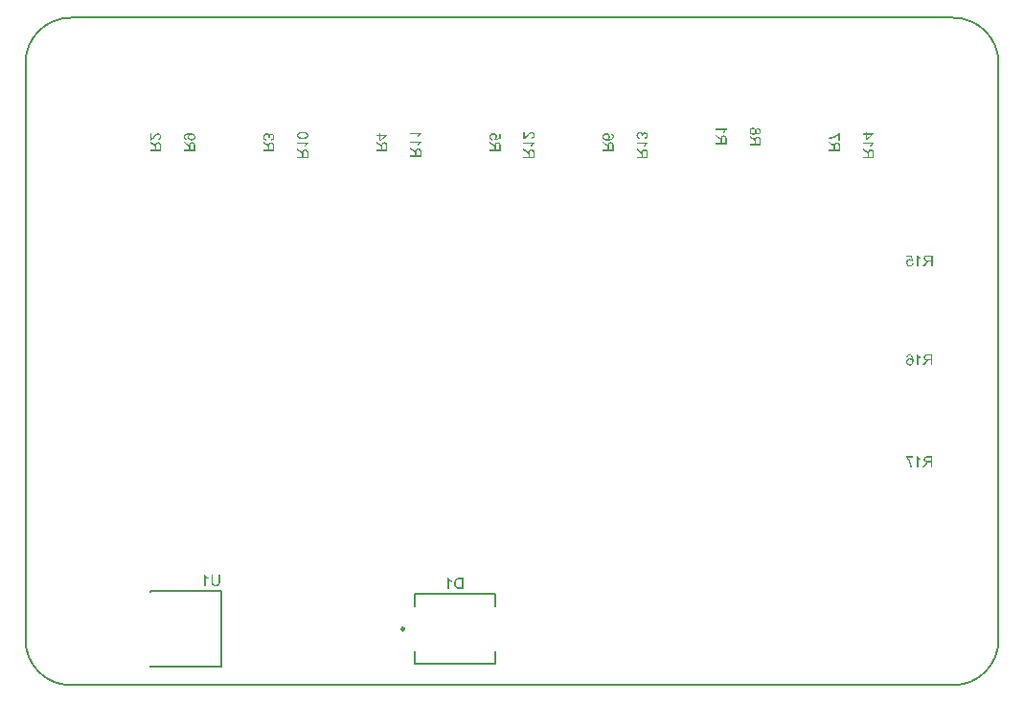
<source format=gbo>
G04*
G04 #@! TF.GenerationSoftware,Altium Limited,Altium Designer,24.4.1 (13)*
G04*
G04 Layer_Color=32896*
%FSLAX44Y44*%
%MOMM*%
G71*
G04*
G04 #@! TF.SameCoordinates,63E37870-44FF-48FD-8248-C193DD5CA91D*
G04*
G04*
G04 #@! TF.FilePolarity,Positive*
G04*
G01*
G75*
%ADD10C,0.2000*%
%ADD44C,0.2500*%
G36*
X2684622Y1504202D02*
X2684778Y1503976D01*
X2684961Y1503751D01*
X2685130Y1503553D01*
X2685299Y1503384D01*
X2685426Y1503243D01*
X2685482Y1503201D01*
X2685525Y1503159D01*
X2685539Y1503145D01*
X2685553Y1503130D01*
X2685849Y1502891D01*
X2686145Y1502665D01*
X2686427Y1502468D01*
X2686709Y1502313D01*
X2686949Y1502172D01*
X2687047Y1502115D01*
X2687132Y1502073D01*
X2687202Y1502031D01*
X2687259Y1502017D01*
X2687287Y1501989D01*
X2687301D01*
Y1500833D01*
X2687090Y1500917D01*
X2686878Y1501016D01*
X2686667Y1501115D01*
X2686469Y1501213D01*
X2686300Y1501298D01*
X2686159Y1501368D01*
X2686075Y1501425D01*
X2686060Y1501439D01*
X2686046D01*
X2685793Y1501594D01*
X2685567Y1501749D01*
X2685370Y1501890D01*
X2685215Y1502017D01*
X2685074Y1502115D01*
X2684989Y1502200D01*
X2684919Y1502256D01*
X2684904Y1502271D01*
Y1494644D01*
X2683706D01*
Y1504441D01*
X2684482D01*
X2684622Y1504202D01*
D02*
G37*
G36*
X2680422Y1499254D02*
X2679294Y1499099D01*
X2679195Y1499254D01*
X2679068Y1499381D01*
X2678956Y1499507D01*
X2678843Y1499606D01*
X2678730Y1499677D01*
X2678646Y1499747D01*
X2678589Y1499775D01*
X2678575Y1499789D01*
X2678392Y1499874D01*
X2678209Y1499944D01*
X2678039Y1499987D01*
X2677870Y1500029D01*
X2677729Y1500043D01*
X2677616Y1500057D01*
X2677349D01*
X2677179Y1500029D01*
X2676884Y1499959D01*
X2676630Y1499860D01*
X2676404Y1499761D01*
X2676235Y1499648D01*
X2676108Y1499550D01*
X2676038Y1499479D01*
X2676010Y1499465D01*
Y1499451D01*
X2675812Y1499211D01*
X2675671Y1498958D01*
X2675572Y1498690D01*
X2675502Y1498422D01*
X2675460Y1498197D01*
X2675446Y1498098D01*
Y1498013D01*
X2675432Y1497943D01*
Y1497886D01*
Y1497858D01*
Y1497844D01*
Y1497647D01*
X2675460Y1497463D01*
X2675530Y1497111D01*
X2675629Y1496815D01*
X2675728Y1496575D01*
X2675840Y1496378D01*
X2675939Y1496223D01*
X2675981Y1496181D01*
X2676010Y1496138D01*
X2676024Y1496124D01*
X2676038Y1496110D01*
X2676150Y1495997D01*
X2676263Y1495899D01*
X2676517Y1495730D01*
X2676757Y1495617D01*
X2676996Y1495546D01*
X2677194Y1495490D01*
X2677363Y1495476D01*
X2677419Y1495462D01*
X2677504D01*
X2677772Y1495476D01*
X2678011Y1495532D01*
X2678223Y1495603D01*
X2678392Y1495687D01*
X2678547Y1495772D01*
X2678660Y1495842D01*
X2678716Y1495899D01*
X2678744Y1495913D01*
X2678913Y1496110D01*
X2679054Y1496322D01*
X2679167Y1496561D01*
X2679252Y1496773D01*
X2679308Y1496984D01*
X2679350Y1497139D01*
X2679364Y1497210D01*
X2679378Y1497252D01*
Y1497280D01*
Y1497294D01*
X2680633Y1497196D01*
X2680605Y1496970D01*
X2680563Y1496759D01*
X2680436Y1496364D01*
X2680281Y1496026D01*
X2680196Y1495871D01*
X2680112Y1495744D01*
X2680041Y1495617D01*
X2679956Y1495504D01*
X2679886Y1495419D01*
X2679815Y1495349D01*
X2679759Y1495293D01*
X2679731Y1495236D01*
X2679703Y1495222D01*
X2679689Y1495208D01*
X2679519Y1495081D01*
X2679350Y1494968D01*
X2679167Y1494870D01*
X2678984Y1494785D01*
X2678631Y1494658D01*
X2678279Y1494574D01*
X2678124Y1494531D01*
X2677969Y1494517D01*
X2677842Y1494503D01*
X2677729Y1494489D01*
X2677631Y1494475D01*
X2677504D01*
X2677208Y1494489D01*
X2676926Y1494531D01*
X2676658Y1494588D01*
X2676418Y1494658D01*
X2676193Y1494757D01*
X2675981Y1494855D01*
X2675784Y1494954D01*
X2675615Y1495067D01*
X2675460Y1495180D01*
X2675319Y1495278D01*
X2675206Y1495391D01*
X2675107Y1495476D01*
X2675037Y1495546D01*
X2674980Y1495603D01*
X2674952Y1495645D01*
X2674938Y1495659D01*
X2674797Y1495842D01*
X2674684Y1496040D01*
X2674572Y1496223D01*
X2674487Y1496420D01*
X2674346Y1496801D01*
X2674261Y1497167D01*
X2674233Y1497323D01*
X2674205Y1497478D01*
X2674191Y1497604D01*
X2674177Y1497717D01*
X2674163Y1497816D01*
Y1497886D01*
Y1497929D01*
Y1497943D01*
X2674177Y1498197D01*
X2674205Y1498436D01*
X2674247Y1498676D01*
X2674304Y1498887D01*
X2674374Y1499085D01*
X2674445Y1499282D01*
X2674529Y1499451D01*
X2674600Y1499606D01*
X2674684Y1499747D01*
X2674769Y1499874D01*
X2674839Y1499973D01*
X2674910Y1500071D01*
X2674966Y1500142D01*
X2675009Y1500184D01*
X2675037Y1500212D01*
X2675051Y1500226D01*
X2675220Y1500381D01*
X2675389Y1500522D01*
X2675572Y1500635D01*
X2675756Y1500734D01*
X2675939Y1500833D01*
X2676122Y1500903D01*
X2676461Y1501002D01*
X2676616Y1501044D01*
X2676757Y1501072D01*
X2676884Y1501086D01*
X2676996Y1501100D01*
X2677081Y1501115D01*
X2677391D01*
X2677560Y1501086D01*
X2677898Y1501016D01*
X2678209Y1500917D01*
X2678490Y1500804D01*
X2678716Y1500692D01*
X2678815Y1500635D01*
X2678899Y1500593D01*
X2678970Y1500551D01*
X2679012Y1500522D01*
X2679040Y1500508D01*
X2679054Y1500494D01*
X2678533Y1503130D01*
X2674628D01*
Y1504272D01*
X2679477D01*
X2680422Y1499254D01*
D02*
G37*
G36*
X2697550Y1494644D02*
X2696253D01*
Y1498972D01*
X2694589D01*
X2694434Y1498958D01*
X2694321D01*
X2694223Y1498944D01*
X2694152Y1498929D01*
X2694096D01*
X2694068Y1498915D01*
X2694054D01*
X2693828Y1498845D01*
X2693729Y1498803D01*
X2693645Y1498760D01*
X2693560Y1498718D01*
X2693504Y1498690D01*
X2693476Y1498676D01*
X2693461Y1498662D01*
X2693349Y1498577D01*
X2693236Y1498478D01*
X2693024Y1498267D01*
X2692926Y1498168D01*
X2692855Y1498084D01*
X2692813Y1498027D01*
X2692799Y1498013D01*
X2692658Y1497816D01*
X2692503Y1497604D01*
X2692348Y1497379D01*
X2692193Y1497167D01*
X2692066Y1496970D01*
X2691967Y1496815D01*
X2691925Y1496759D01*
X2691897Y1496716D01*
X2691869Y1496688D01*
Y1496674D01*
X2690586Y1494644D01*
X2688979D01*
X2690656Y1497294D01*
X2690854Y1497576D01*
X2691037Y1497830D01*
X2691220Y1498041D01*
X2691375Y1498239D01*
X2691516Y1498380D01*
X2691629Y1498492D01*
X2691699Y1498563D01*
X2691728Y1498591D01*
X2691840Y1498676D01*
X2691967Y1498774D01*
X2692221Y1498929D01*
X2692334Y1498986D01*
X2692418Y1499042D01*
X2692475Y1499070D01*
X2692503Y1499085D01*
X2692249Y1499127D01*
X2692009Y1499169D01*
X2691798Y1499240D01*
X2691587Y1499296D01*
X2691403Y1499366D01*
X2691234Y1499451D01*
X2691079Y1499522D01*
X2690938Y1499592D01*
X2690825Y1499677D01*
X2690713Y1499747D01*
X2690628Y1499803D01*
X2690558Y1499860D01*
X2690501Y1499902D01*
X2690459Y1499944D01*
X2690445Y1499959D01*
X2690431Y1499973D01*
X2690318Y1500114D01*
X2690205Y1500255D01*
X2690036Y1500551D01*
X2689923Y1500847D01*
X2689839Y1501129D01*
X2689782Y1501368D01*
X2689768Y1501467D01*
Y1501566D01*
X2689754Y1501636D01*
Y1501693D01*
Y1501721D01*
Y1501735D01*
X2689768Y1502031D01*
X2689810Y1502299D01*
X2689881Y1502552D01*
X2689951Y1502764D01*
X2690036Y1502947D01*
X2690092Y1503088D01*
X2690149Y1503173D01*
X2690163Y1503187D01*
Y1503201D01*
X2690332Y1503427D01*
X2690501Y1503624D01*
X2690684Y1503793D01*
X2690854Y1503920D01*
X2691009Y1504019D01*
X2691135Y1504075D01*
X2691220Y1504117D01*
X2691234Y1504131D01*
X2691248D01*
X2691375Y1504174D01*
X2691530Y1504216D01*
X2691840Y1504286D01*
X2692179Y1504329D01*
X2692489Y1504371D01*
X2692785Y1504385D01*
X2692912D01*
X2693024Y1504399D01*
X2697550D01*
Y1494644D01*
D02*
G37*
G36*
X2684587Y1416702D02*
X2684742Y1416476D01*
X2684926Y1416251D01*
X2685095Y1416053D01*
X2685264Y1415884D01*
X2685391Y1415743D01*
X2685447Y1415701D01*
X2685490Y1415659D01*
X2685504Y1415645D01*
X2685518Y1415630D01*
X2685814Y1415391D01*
X2686110Y1415165D01*
X2686392Y1414968D01*
X2686674Y1414813D01*
X2686913Y1414672D01*
X2687012Y1414615D01*
X2687097Y1414573D01*
X2687167Y1414531D01*
X2687224Y1414517D01*
X2687252Y1414489D01*
X2687266D01*
Y1413333D01*
X2687054Y1413417D01*
X2686843Y1413516D01*
X2686631Y1413615D01*
X2686434Y1413713D01*
X2686265Y1413798D01*
X2686124Y1413868D01*
X2686039Y1413925D01*
X2686025Y1413939D01*
X2686011D01*
X2685757Y1414094D01*
X2685532Y1414249D01*
X2685334Y1414390D01*
X2685179Y1414517D01*
X2685038Y1414615D01*
X2684954Y1414700D01*
X2684883Y1414756D01*
X2684869Y1414771D01*
Y1407144D01*
X2683671D01*
Y1416941D01*
X2684446D01*
X2684587Y1416702D01*
D02*
G37*
G36*
X2677426Y1416927D02*
X2677694Y1416899D01*
X2677948Y1416843D01*
X2678187Y1416772D01*
X2678399Y1416674D01*
X2678610Y1416589D01*
X2678794Y1416476D01*
X2678963Y1416378D01*
X2679104Y1416279D01*
X2679245Y1416166D01*
X2679357Y1416082D01*
X2679442Y1415997D01*
X2679513Y1415912D01*
X2679569Y1415856D01*
X2679597Y1415828D01*
X2679611Y1415814D01*
X2679794Y1415560D01*
X2679950Y1415264D01*
X2680090Y1414954D01*
X2680217Y1414630D01*
X2680316Y1414291D01*
X2680401Y1413953D01*
X2680471Y1413600D01*
X2680528Y1413276D01*
X2680570Y1412952D01*
X2680598Y1412656D01*
X2680626Y1412388D01*
X2680640Y1412163D01*
Y1411965D01*
X2680654Y1411824D01*
Y1411768D01*
Y1411725D01*
Y1411711D01*
Y1411697D01*
X2680640Y1411246D01*
X2680612Y1410823D01*
X2680570Y1410429D01*
X2680499Y1410062D01*
X2680429Y1409738D01*
X2680358Y1409442D01*
X2680274Y1409174D01*
X2680175Y1408934D01*
X2680090Y1408737D01*
X2680006Y1408554D01*
X2679935Y1408413D01*
X2679851Y1408286D01*
X2679794Y1408187D01*
X2679752Y1408131D01*
X2679724Y1408089D01*
X2679710Y1408074D01*
X2679527Y1407877D01*
X2679329Y1407708D01*
X2679132Y1407567D01*
X2678935Y1407440D01*
X2678723Y1407327D01*
X2678526Y1407243D01*
X2678328Y1407172D01*
X2678131Y1407116D01*
X2677962Y1407074D01*
X2677793Y1407031D01*
X2677652Y1407003D01*
X2677525Y1406989D01*
X2677412D01*
X2677342Y1406975D01*
X2677271D01*
X2676947Y1406989D01*
X2676651Y1407045D01*
X2676383Y1407102D01*
X2676143Y1407186D01*
X2675960Y1407257D01*
X2675819Y1407327D01*
X2675763Y1407341D01*
X2675721Y1407370D01*
X2675706Y1407384D01*
X2675692D01*
X2675453Y1407553D01*
X2675227Y1407750D01*
X2675044Y1407948D01*
X2674889Y1408145D01*
X2674762Y1408328D01*
X2674677Y1408469D01*
X2674649Y1408526D01*
X2674621Y1408568D01*
X2674607Y1408582D01*
Y1408596D01*
X2674466Y1408892D01*
X2674367Y1409202D01*
X2674297Y1409484D01*
X2674254Y1409752D01*
X2674212Y1409978D01*
Y1410062D01*
X2674198Y1410147D01*
Y1410217D01*
Y1410260D01*
Y1410288D01*
Y1410302D01*
X2674212Y1410556D01*
X2674240Y1410795D01*
X2674283Y1411035D01*
X2674325Y1411246D01*
X2674395Y1411444D01*
X2674466Y1411641D01*
X2674536Y1411810D01*
X2674621Y1411965D01*
X2674706Y1412106D01*
X2674776Y1412233D01*
X2674846Y1412332D01*
X2674917Y1412430D01*
X2674959Y1412501D01*
X2675002Y1412543D01*
X2675030Y1412571D01*
X2675044Y1412585D01*
X2675199Y1412740D01*
X2675368Y1412881D01*
X2675551Y1412994D01*
X2675721Y1413093D01*
X2675890Y1413192D01*
X2676059Y1413262D01*
X2676383Y1413361D01*
X2676524Y1413403D01*
X2676665Y1413431D01*
X2676778Y1413445D01*
X2676890Y1413459D01*
X2676975Y1413474D01*
X2677088D01*
X2677342Y1413459D01*
X2677581Y1413417D01*
X2677807Y1413375D01*
X2678004Y1413318D01*
X2678173Y1413248D01*
X2678300Y1413206D01*
X2678385Y1413163D01*
X2678399Y1413149D01*
X2678413D01*
X2678639Y1413008D01*
X2678836Y1412853D01*
X2679019Y1412698D01*
X2679160Y1412529D01*
X2679287Y1412388D01*
X2679386Y1412275D01*
X2679442Y1412191D01*
X2679456Y1412177D01*
Y1412430D01*
X2679442Y1412684D01*
X2679428Y1412910D01*
X2679400Y1413135D01*
X2679386Y1413333D01*
X2679357Y1413516D01*
X2679329Y1413685D01*
X2679287Y1413840D01*
X2679259Y1413981D01*
X2679231Y1414094D01*
X2679202Y1414193D01*
X2679188Y1414277D01*
X2679160Y1414333D01*
X2679146Y1414376D01*
X2679132Y1414404D01*
Y1414418D01*
X2678991Y1414700D01*
X2678850Y1414954D01*
X2678695Y1415151D01*
X2678554Y1415320D01*
X2678427Y1415461D01*
X2678328Y1415560D01*
X2678258Y1415616D01*
X2678230Y1415630D01*
X2678061Y1415743D01*
X2677891Y1415814D01*
X2677722Y1415870D01*
X2677553Y1415912D01*
X2677426Y1415941D01*
X2677313Y1415955D01*
X2677215D01*
X2676961Y1415927D01*
X2676721Y1415870D01*
X2676524Y1415786D01*
X2676341Y1415701D01*
X2676200Y1415602D01*
X2676101Y1415518D01*
X2676045Y1415461D01*
X2676017Y1415433D01*
X2675918Y1415306D01*
X2675819Y1415151D01*
X2675735Y1414982D01*
X2675678Y1414813D01*
X2675622Y1414658D01*
X2675580Y1414531D01*
X2675565Y1414446D01*
X2675551Y1414432D01*
Y1414418D01*
X2674353Y1414517D01*
X2674438Y1414911D01*
X2674565Y1415264D01*
X2674706Y1415574D01*
X2674861Y1415828D01*
X2675016Y1416025D01*
X2675072Y1416110D01*
X2675143Y1416180D01*
X2675185Y1416223D01*
X2675227Y1416265D01*
X2675241Y1416279D01*
X2675255Y1416293D01*
X2675396Y1416406D01*
X2675551Y1416504D01*
X2675861Y1416674D01*
X2676172Y1416786D01*
X2676468Y1416857D01*
X2676736Y1416913D01*
X2676848Y1416927D01*
X2676947D01*
X2677031Y1416941D01*
X2677144D01*
X2677426Y1416927D01*
D02*
G37*
G36*
X2697514Y1407144D02*
X2696217D01*
Y1411472D01*
X2694554D01*
X2694399Y1411458D01*
X2694286D01*
X2694187Y1411444D01*
X2694117Y1411429D01*
X2694061D01*
X2694032Y1411415D01*
X2694018D01*
X2693793Y1411345D01*
X2693694Y1411303D01*
X2693610Y1411260D01*
X2693525Y1411218D01*
X2693469Y1411190D01*
X2693440Y1411176D01*
X2693426Y1411162D01*
X2693313Y1411077D01*
X2693201Y1410978D01*
X2692989Y1410767D01*
X2692891Y1410668D01*
X2692820Y1410584D01*
X2692778Y1410527D01*
X2692764Y1410513D01*
X2692623Y1410316D01*
X2692468Y1410104D01*
X2692313Y1409879D01*
X2692158Y1409667D01*
X2692031Y1409470D01*
X2691932Y1409315D01*
X2691890Y1409259D01*
X2691861Y1409216D01*
X2691833Y1409188D01*
Y1409174D01*
X2690551Y1407144D01*
X2688943D01*
X2690621Y1409794D01*
X2690818Y1410076D01*
X2691002Y1410330D01*
X2691185Y1410541D01*
X2691340Y1410739D01*
X2691481Y1410880D01*
X2691594Y1410992D01*
X2691664Y1411063D01*
X2691692Y1411091D01*
X2691805Y1411176D01*
X2691932Y1411274D01*
X2692186Y1411429D01*
X2692299Y1411486D01*
X2692383Y1411542D01*
X2692439Y1411570D01*
X2692468Y1411585D01*
X2692214Y1411627D01*
X2691974Y1411669D01*
X2691763Y1411740D01*
X2691551Y1411796D01*
X2691368Y1411866D01*
X2691199Y1411951D01*
X2691044Y1412022D01*
X2690903Y1412092D01*
X2690790Y1412177D01*
X2690677Y1412247D01*
X2690593Y1412303D01*
X2690522Y1412360D01*
X2690466Y1412402D01*
X2690424Y1412444D01*
X2690410Y1412459D01*
X2690396Y1412473D01*
X2690283Y1412614D01*
X2690170Y1412755D01*
X2690001Y1413051D01*
X2689888Y1413347D01*
X2689803Y1413629D01*
X2689747Y1413868D01*
X2689733Y1413967D01*
Y1414066D01*
X2689719Y1414136D01*
Y1414193D01*
Y1414221D01*
Y1414235D01*
X2689733Y1414531D01*
X2689775Y1414799D01*
X2689846Y1415052D01*
X2689916Y1415264D01*
X2690001Y1415447D01*
X2690057Y1415588D01*
X2690114Y1415673D01*
X2690128Y1415687D01*
Y1415701D01*
X2690297Y1415927D01*
X2690466Y1416124D01*
X2690649Y1416293D01*
X2690818Y1416420D01*
X2690973Y1416519D01*
X2691100Y1416575D01*
X2691185Y1416617D01*
X2691199Y1416631D01*
X2691213D01*
X2691340Y1416674D01*
X2691495Y1416716D01*
X2691805Y1416786D01*
X2692143Y1416829D01*
X2692454Y1416871D01*
X2692750Y1416885D01*
X2692876D01*
X2692989Y1416899D01*
X2697514D01*
Y1407144D01*
D02*
G37*
G36*
X2684587Y1326617D02*
X2684742Y1326392D01*
X2684926Y1326166D01*
X2685095Y1325969D01*
X2685264Y1325800D01*
X2685391Y1325659D01*
X2685447Y1325616D01*
X2685490Y1325574D01*
X2685504Y1325560D01*
X2685518Y1325546D01*
X2685814Y1325306D01*
X2686110Y1325081D01*
X2686392Y1324883D01*
X2686674Y1324728D01*
X2686913Y1324587D01*
X2687012Y1324531D01*
X2687097Y1324489D01*
X2687167Y1324446D01*
X2687224Y1324432D01*
X2687252Y1324404D01*
X2687266D01*
Y1323248D01*
X2687054Y1323333D01*
X2686843Y1323431D01*
X2686631Y1323530D01*
X2686434Y1323629D01*
X2686265Y1323713D01*
X2686124Y1323784D01*
X2686039Y1323840D01*
X2686025Y1323854D01*
X2686011D01*
X2685757Y1324009D01*
X2685532Y1324164D01*
X2685334Y1324305D01*
X2685179Y1324432D01*
X2685038Y1324531D01*
X2684954Y1324615D01*
X2684883Y1324672D01*
X2684869Y1324686D01*
Y1317059D01*
X2683671D01*
Y1326857D01*
X2684446D01*
X2684587Y1326617D01*
D02*
G37*
G36*
X2697514Y1317059D02*
X2696217D01*
Y1321387D01*
X2694554D01*
X2694399Y1321373D01*
X2694286D01*
X2694187Y1321359D01*
X2694117Y1321345D01*
X2694061D01*
X2694032Y1321331D01*
X2694018D01*
X2693793Y1321260D01*
X2693694Y1321218D01*
X2693610Y1321176D01*
X2693525Y1321134D01*
X2693469Y1321105D01*
X2693440Y1321091D01*
X2693426Y1321077D01*
X2693313Y1320992D01*
X2693201Y1320894D01*
X2692989Y1320682D01*
X2692891Y1320584D01*
X2692820Y1320499D01*
X2692778Y1320443D01*
X2692764Y1320429D01*
X2692623Y1320231D01*
X2692468Y1320020D01*
X2692313Y1319794D01*
X2692158Y1319583D01*
X2692031Y1319385D01*
X2691932Y1319230D01*
X2691890Y1319174D01*
X2691861Y1319132D01*
X2691833Y1319104D01*
Y1319089D01*
X2690551Y1317059D01*
X2688943D01*
X2690621Y1319710D01*
X2690818Y1319992D01*
X2691002Y1320245D01*
X2691185Y1320457D01*
X2691340Y1320654D01*
X2691481Y1320795D01*
X2691594Y1320908D01*
X2691664Y1320978D01*
X2691692Y1321007D01*
X2691805Y1321091D01*
X2691932Y1321190D01*
X2692186Y1321345D01*
X2692299Y1321401D01*
X2692383Y1321458D01*
X2692439Y1321486D01*
X2692468Y1321500D01*
X2692214Y1321542D01*
X2691974Y1321585D01*
X2691763Y1321655D01*
X2691551Y1321711D01*
X2691368Y1321782D01*
X2691199Y1321866D01*
X2691044Y1321937D01*
X2690903Y1322007D01*
X2690790Y1322092D01*
X2690677Y1322163D01*
X2690593Y1322219D01*
X2690522Y1322275D01*
X2690466Y1322318D01*
X2690424Y1322360D01*
X2690410Y1322374D01*
X2690396Y1322388D01*
X2690283Y1322529D01*
X2690170Y1322670D01*
X2690001Y1322966D01*
X2689888Y1323262D01*
X2689803Y1323544D01*
X2689747Y1323784D01*
X2689733Y1323882D01*
Y1323981D01*
X2689719Y1324052D01*
Y1324108D01*
Y1324136D01*
Y1324150D01*
X2689733Y1324446D01*
X2689775Y1324714D01*
X2689846Y1324968D01*
X2689916Y1325179D01*
X2690001Y1325363D01*
X2690057Y1325504D01*
X2690114Y1325588D01*
X2690128Y1325602D01*
Y1325616D01*
X2690297Y1325842D01*
X2690466Y1326039D01*
X2690649Y1326208D01*
X2690818Y1326335D01*
X2690973Y1326434D01*
X2691100Y1326490D01*
X2691185Y1326533D01*
X2691199Y1326547D01*
X2691213D01*
X2691340Y1326589D01*
X2691495Y1326631D01*
X2691805Y1326702D01*
X2692143Y1326744D01*
X2692454Y1326786D01*
X2692750Y1326801D01*
X2692876D01*
X2692989Y1326815D01*
X2697514D01*
Y1317059D01*
D02*
G37*
G36*
X2680513Y1325532D02*
X2675735D01*
X2676073Y1325123D01*
X2676397Y1324686D01*
X2676679Y1324263D01*
X2676947Y1323854D01*
X2677060Y1323671D01*
X2677158Y1323502D01*
X2677257Y1323347D01*
X2677327Y1323220D01*
X2677384Y1323107D01*
X2677426Y1323037D01*
X2677454Y1322980D01*
X2677468Y1322966D01*
X2677750Y1322402D01*
X2678004Y1321838D01*
X2678216Y1321303D01*
X2678300Y1321063D01*
X2678385Y1320823D01*
X2678469Y1320612D01*
X2678526Y1320414D01*
X2678582Y1320245D01*
X2678624Y1320104D01*
X2678667Y1319978D01*
X2678695Y1319893D01*
X2678709Y1319837D01*
Y1319823D01*
X2678850Y1319245D01*
X2678906Y1318963D01*
X2678949Y1318709D01*
X2678991Y1318469D01*
X2679033Y1318230D01*
X2679061Y1318032D01*
X2679090Y1317835D01*
X2679104Y1317666D01*
X2679118Y1317511D01*
X2679132Y1317370D01*
Y1317257D01*
X2679146Y1317172D01*
Y1317116D01*
Y1317074D01*
Y1317059D01*
X2677920D01*
X2677877Y1317595D01*
X2677807Y1318089D01*
X2677736Y1318540D01*
X2677694Y1318751D01*
X2677652Y1318948D01*
X2677624Y1319118D01*
X2677581Y1319273D01*
X2677553Y1319414D01*
X2677525Y1319526D01*
X2677497Y1319611D01*
X2677483Y1319682D01*
X2677468Y1319724D01*
Y1319738D01*
X2677257Y1320386D01*
X2677031Y1320992D01*
X2676919Y1321288D01*
X2676806Y1321570D01*
X2676679Y1321824D01*
X2676566Y1322078D01*
X2676468Y1322303D01*
X2676369Y1322501D01*
X2676284Y1322670D01*
X2676214Y1322825D01*
X2676143Y1322952D01*
X2676101Y1323037D01*
X2676073Y1323093D01*
X2676059Y1323107D01*
X2675890Y1323403D01*
X2675721Y1323699D01*
X2675551Y1323967D01*
X2675382Y1324221D01*
X2675227Y1324446D01*
X2675072Y1324672D01*
X2674917Y1324869D01*
X2674790Y1325038D01*
X2674663Y1325208D01*
X2674550Y1325349D01*
X2674438Y1325461D01*
X2674353Y1325560D01*
X2674297Y1325645D01*
X2674240Y1325701D01*
X2674212Y1325729D01*
X2674198Y1325743D01*
Y1326688D01*
X2680513D01*
Y1325532D01*
D02*
G37*
G36*
X2269844Y1219117D02*
X2269999Y1218892D01*
X2270182Y1218666D01*
X2270351Y1218469D01*
X2270520Y1218300D01*
X2270647Y1218159D01*
X2270704Y1218116D01*
X2270746Y1218074D01*
X2270760Y1218060D01*
X2270774Y1218046D01*
X2271070Y1217806D01*
X2271366Y1217581D01*
X2271648Y1217383D01*
X2271930Y1217228D01*
X2272170Y1217087D01*
X2272268Y1217031D01*
X2272353Y1216989D01*
X2272424Y1216946D01*
X2272480Y1216932D01*
X2272508Y1216904D01*
X2272522D01*
Y1215748D01*
X2272311Y1215833D01*
X2272099Y1215931D01*
X2271888Y1216030D01*
X2271691Y1216129D01*
X2271521Y1216213D01*
X2271380Y1216284D01*
X2271296Y1216340D01*
X2271282Y1216354D01*
X2271268D01*
X2271014Y1216509D01*
X2270788Y1216664D01*
X2270591Y1216805D01*
X2270436Y1216932D01*
X2270295Y1217031D01*
X2270210Y1217115D01*
X2270140Y1217172D01*
X2270126Y1217186D01*
Y1209559D01*
X2268927D01*
Y1219357D01*
X2269703D01*
X2269844Y1219117D01*
D02*
G37*
G36*
X2282785Y1209559D02*
X2279275D01*
X2278950Y1209574D01*
X2278654Y1209588D01*
X2278387Y1209616D01*
X2278161Y1209644D01*
X2277964Y1209672D01*
X2277823Y1209686D01*
X2277780Y1209700D01*
X2277738Y1209715D01*
X2277710D01*
X2277456Y1209785D01*
X2277231Y1209870D01*
X2277033Y1209940D01*
X2276864Y1210025D01*
X2276723Y1210095D01*
X2276624Y1210152D01*
X2276568Y1210194D01*
X2276540Y1210208D01*
X2276357Y1210335D01*
X2276201Y1210490D01*
X2276046Y1210631D01*
X2275920Y1210772D01*
X2275807Y1210899D01*
X2275722Y1210997D01*
X2275666Y1211068D01*
X2275652Y1211096D01*
X2275511Y1211322D01*
X2275370Y1211561D01*
X2275257Y1211787D01*
X2275172Y1212012D01*
X2275088Y1212210D01*
X2275031Y1212365D01*
X2275017Y1212421D01*
X2275003Y1212463D01*
X2274989Y1212492D01*
Y1212506D01*
X2274905Y1212844D01*
X2274834Y1213182D01*
X2274792Y1213507D01*
X2274749Y1213817D01*
X2274735Y1214085D01*
Y1214197D01*
X2274721Y1214296D01*
Y1214367D01*
Y1214437D01*
Y1214465D01*
Y1214479D01*
X2274735Y1214959D01*
X2274778Y1215396D01*
X2274848Y1215790D01*
X2274876Y1215974D01*
X2274919Y1216129D01*
X2274961Y1216284D01*
X2274989Y1216411D01*
X2275017Y1216523D01*
X2275060Y1216622D01*
X2275074Y1216707D01*
X2275102Y1216763D01*
X2275116Y1216791D01*
Y1216805D01*
X2275271Y1217172D01*
X2275454Y1217496D01*
X2275652Y1217778D01*
X2275835Y1218018D01*
X2276004Y1218215D01*
X2276145Y1218356D01*
X2276201Y1218398D01*
X2276244Y1218440D01*
X2276258Y1218455D01*
X2276272Y1218469D01*
X2276497Y1218652D01*
X2276737Y1218793D01*
X2276977Y1218920D01*
X2277202Y1219018D01*
X2277400Y1219089D01*
X2277555Y1219131D01*
X2277611Y1219159D01*
X2277654D01*
X2277682Y1219174D01*
X2277696D01*
X2277935Y1219216D01*
X2278217Y1219258D01*
X2278499Y1219286D01*
X2278781Y1219301D01*
X2279035Y1219315D01*
X2282785D01*
Y1209559D01*
D02*
G37*
G36*
X2054851Y1221702D02*
X2055006Y1221476D01*
X2055189Y1221251D01*
X2055358Y1221053D01*
X2055527Y1220884D01*
X2055654Y1220743D01*
X2055711Y1220701D01*
X2055753Y1220659D01*
X2055767Y1220645D01*
X2055781Y1220630D01*
X2056077Y1220391D01*
X2056373Y1220165D01*
X2056655Y1219968D01*
X2056937Y1219813D01*
X2057177Y1219672D01*
X2057276Y1219615D01*
X2057360Y1219573D01*
X2057431Y1219531D01*
X2057487Y1219517D01*
X2057515Y1219489D01*
X2057529D01*
Y1218333D01*
X2057318Y1218417D01*
X2057106Y1218516D01*
X2056895Y1218615D01*
X2056698Y1218713D01*
X2056528Y1218798D01*
X2056387Y1218868D01*
X2056303Y1218925D01*
X2056289Y1218939D01*
X2056275D01*
X2056021Y1219094D01*
X2055795Y1219249D01*
X2055598Y1219390D01*
X2055443Y1219517D01*
X2055302Y1219615D01*
X2055217Y1219700D01*
X2055147Y1219756D01*
X2055133Y1219771D01*
Y1212144D01*
X2053934D01*
Y1221941D01*
X2054710D01*
X2054851Y1221702D01*
D02*
G37*
G36*
X2067778Y1216260D02*
Y1215978D01*
X2067764Y1215711D01*
X2067750Y1215457D01*
X2067721Y1215217D01*
X2067693Y1215006D01*
X2067665Y1214808D01*
X2067623Y1214625D01*
X2067594Y1214456D01*
X2067566Y1214301D01*
X2067524Y1214174D01*
X2067496Y1214061D01*
X2067468Y1213977D01*
X2067439Y1213906D01*
X2067425Y1213850D01*
X2067411Y1213822D01*
Y1213808D01*
X2067256Y1213497D01*
X2067059Y1213215D01*
X2066861Y1212990D01*
X2066650Y1212793D01*
X2066467Y1212637D01*
X2066312Y1212525D01*
X2066255Y1212496D01*
X2066213Y1212468D01*
X2066185Y1212440D01*
X2066171D01*
X2065818Y1212285D01*
X2065452Y1212172D01*
X2065071Y1212088D01*
X2064719Y1212031D01*
X2064564Y1212017D01*
X2064409Y1212003D01*
X2064268Y1211989D01*
X2064155D01*
X2064056Y1211975D01*
X2063929D01*
X2063422Y1212003D01*
X2063196Y1212031D01*
X2062985Y1212059D01*
X2062773Y1212102D01*
X2062590Y1212144D01*
X2062421Y1212186D01*
X2062266Y1212243D01*
X2062125Y1212299D01*
X2062012Y1212341D01*
X2061899Y1212384D01*
X2061815Y1212426D01*
X2061744Y1212468D01*
X2061702Y1212482D01*
X2061674Y1212511D01*
X2061660D01*
X2061349Y1212722D01*
X2061096Y1212962D01*
X2060898Y1213187D01*
X2060729Y1213413D01*
X2060602Y1213610D01*
X2060518Y1213765D01*
X2060490Y1213822D01*
X2060461Y1213864D01*
X2060447Y1213892D01*
Y1213906D01*
X2060391Y1214075D01*
X2060334Y1214259D01*
X2060250Y1214639D01*
X2060194Y1215034D01*
X2060151Y1215415D01*
X2060137Y1215584D01*
X2060123Y1215753D01*
Y1215894D01*
X2060109Y1216021D01*
Y1216119D01*
Y1216190D01*
Y1216246D01*
Y1216260D01*
Y1221899D01*
X2061406D01*
Y1216260D01*
Y1215936D01*
X2061434Y1215626D01*
X2061462Y1215358D01*
X2061505Y1215104D01*
X2061547Y1214879D01*
X2061603Y1214667D01*
X2061646Y1214484D01*
X2061702Y1214329D01*
X2061758Y1214202D01*
X2061815Y1214075D01*
X2061871Y1213991D01*
X2061913Y1213906D01*
X2061956Y1213850D01*
X2061984Y1213808D01*
X2061998Y1213793D01*
X2062012Y1213779D01*
X2062139Y1213667D01*
X2062280Y1213568D01*
X2062590Y1213413D01*
X2062914Y1213300D01*
X2063253Y1213230D01*
X2063563Y1213173D01*
X2063690Y1213159D01*
X2063817D01*
X2063901Y1213145D01*
X2064042D01*
X2064338Y1213159D01*
X2064606Y1213201D01*
X2064860Y1213244D01*
X2065057Y1213314D01*
X2065226Y1213370D01*
X2065353Y1213413D01*
X2065424Y1213455D01*
X2065452Y1213469D01*
X2065649Y1213596D01*
X2065818Y1213751D01*
X2065959Y1213906D01*
X2066058Y1214047D01*
X2066142Y1214188D01*
X2066213Y1214287D01*
X2066241Y1214357D01*
X2066255Y1214385D01*
X2066298Y1214512D01*
X2066326Y1214639D01*
X2066382Y1214935D01*
X2066424Y1215245D01*
X2066453Y1215555D01*
X2066467Y1215823D01*
Y1215950D01*
X2066481Y1216049D01*
Y1216133D01*
Y1216204D01*
Y1216246D01*
Y1216260D01*
Y1221899D01*
X2067778D01*
Y1216260D01*
D02*
G37*
G36*
X2007113Y1607468D02*
X2007353Y1607637D01*
X2007452Y1607722D01*
X2007550Y1607792D01*
X2007635Y1607863D01*
X2007691Y1607919D01*
X2007734Y1607961D01*
X2007748Y1607975D01*
X2007818Y1608046D01*
X2007889Y1608130D01*
X2008072Y1608328D01*
X2008283Y1608553D01*
X2008495Y1608793D01*
X2008678Y1609019D01*
X2008763Y1609117D01*
X2008847Y1609202D01*
X2008904Y1609272D01*
X2008946Y1609329D01*
X2008974Y1609357D01*
X2008988Y1609371D01*
X2009186Y1609597D01*
X2009369Y1609822D01*
X2009552Y1610019D01*
X2009707Y1610203D01*
X2009862Y1610372D01*
X2010003Y1610513D01*
X2010130Y1610654D01*
X2010243Y1610767D01*
X2010356Y1610879D01*
X2010440Y1610964D01*
X2010511Y1611034D01*
X2010581Y1611105D01*
X2010666Y1611175D01*
X2010694Y1611204D01*
X2010934Y1611401D01*
X2011145Y1611570D01*
X2011357Y1611711D01*
X2011526Y1611824D01*
X2011681Y1611908D01*
X2011794Y1611965D01*
X2011864Y1611993D01*
X2011892Y1612007D01*
X2012104Y1612092D01*
X2012315Y1612148D01*
X2012513Y1612204D01*
X2012682Y1612233D01*
X2012837Y1612247D01*
X2012950Y1612261D01*
X2013020D01*
X2013048D01*
X2013260Y1612247D01*
X2013457Y1612218D01*
X2013654Y1612190D01*
X2013824Y1612134D01*
X2014162Y1611993D01*
X2014430Y1611852D01*
X2014557Y1611767D01*
X2014655Y1611697D01*
X2014754Y1611626D01*
X2014824Y1611556D01*
X2014881Y1611500D01*
X2014937Y1611471D01*
X2014951Y1611443D01*
X2014965Y1611429D01*
X2015106Y1611274D01*
X2015233Y1611105D01*
X2015332Y1610922D01*
X2015417Y1610738D01*
X2015558Y1610372D01*
X2015656Y1610005D01*
X2015684Y1609850D01*
X2015713Y1609695D01*
X2015727Y1609554D01*
X2015741Y1609441D01*
X2015755Y1609343D01*
Y1609202D01*
X2015741Y1608948D01*
X2015727Y1608708D01*
X2015684Y1608483D01*
X2015642Y1608271D01*
X2015586Y1608074D01*
X2015529Y1607891D01*
X2015459Y1607722D01*
X2015388Y1607567D01*
X2015318Y1607426D01*
X2015247Y1607313D01*
X2015191Y1607214D01*
X2015135Y1607130D01*
X2015092Y1607059D01*
X2015050Y1607017D01*
X2015036Y1606989D01*
X2015022Y1606974D01*
X2014881Y1606833D01*
X2014726Y1606707D01*
X2014557Y1606580D01*
X2014387Y1606481D01*
X2014049Y1606312D01*
X2013711Y1606199D01*
X2013556Y1606157D01*
X2013401Y1606115D01*
X2013274Y1606086D01*
X2013161Y1606058D01*
X2013062Y1606044D01*
X2012992D01*
X2012950Y1606030D01*
X2012935D01*
X2012809Y1607256D01*
X2013133Y1607285D01*
X2013415Y1607341D01*
X2013669Y1607426D01*
X2013866Y1607524D01*
X2014035Y1607609D01*
X2014148Y1607693D01*
X2014218Y1607750D01*
X2014247Y1607778D01*
X2014416Y1607989D01*
X2014543Y1608215D01*
X2014641Y1608455D01*
X2014698Y1608666D01*
X2014740Y1608864D01*
X2014754Y1609033D01*
X2014768Y1609089D01*
Y1609174D01*
X2014754Y1609470D01*
X2014698Y1609738D01*
X2014613Y1609963D01*
X2014528Y1610160D01*
X2014430Y1610315D01*
X2014359Y1610414D01*
X2014303Y1610485D01*
X2014275Y1610513D01*
X2014077Y1610682D01*
X2013880Y1610809D01*
X2013683Y1610907D01*
X2013485Y1610964D01*
X2013330Y1611006D01*
X2013189Y1611020D01*
X2013105Y1611034D01*
X2013091D01*
X2013076D01*
X2012823Y1611006D01*
X2012555Y1610950D01*
X2012315Y1610851D01*
X2012090Y1610753D01*
X2011906Y1610640D01*
X2011751Y1610541D01*
X2011695Y1610513D01*
X2011653Y1610485D01*
X2011638Y1610456D01*
X2011624D01*
X2011469Y1610344D01*
X2011314Y1610203D01*
X2011145Y1610048D01*
X2010976Y1609878D01*
X2010638Y1609526D01*
X2010299Y1609174D01*
X2010144Y1608990D01*
X2010003Y1608835D01*
X2009876Y1608680D01*
X2009764Y1608553D01*
X2009679Y1608455D01*
X2009609Y1608370D01*
X2009566Y1608314D01*
X2009552Y1608300D01*
X2009256Y1607947D01*
X2008974Y1607623D01*
X2008720Y1607355D01*
X2008509Y1607144D01*
X2008326Y1606960D01*
X2008199Y1606833D01*
X2008114Y1606763D01*
X2008100Y1606735D01*
X2008086D01*
X2007846Y1606537D01*
X2007621Y1606382D01*
X2007395Y1606241D01*
X2007198Y1606129D01*
X2007029Y1606044D01*
X2006902Y1605988D01*
X2006817Y1605959D01*
X2006803Y1605945D01*
X2006789D01*
X2006634Y1605889D01*
X2006493Y1605861D01*
X2006352Y1605833D01*
X2006225Y1605818D01*
X2006113Y1605804D01*
X2006028D01*
X2005972D01*
X2005957D01*
Y1612275D01*
X2007113D01*
Y1607468D01*
D02*
G37*
G36*
X2008608Y1603535D02*
X2008890Y1603337D01*
X2009143Y1603154D01*
X2009355Y1602971D01*
X2009552Y1602816D01*
X2009693Y1602675D01*
X2009806Y1602562D01*
X2009876Y1602492D01*
X2009905Y1602463D01*
X2009989Y1602351D01*
X2010088Y1602224D01*
X2010243Y1601970D01*
X2010299Y1601857D01*
X2010356Y1601773D01*
X2010384Y1601716D01*
X2010398Y1601688D01*
X2010440Y1601942D01*
X2010483Y1602182D01*
X2010553Y1602393D01*
X2010609Y1602604D01*
X2010680Y1602788D01*
X2010764Y1602957D01*
X2010835Y1603112D01*
X2010905Y1603253D01*
X2010990Y1603366D01*
X2011060Y1603478D01*
X2011117Y1603563D01*
X2011173Y1603634D01*
X2011216Y1603690D01*
X2011258Y1603732D01*
X2011272Y1603746D01*
X2011286Y1603760D01*
X2011427Y1603873D01*
X2011568Y1603986D01*
X2011864Y1604155D01*
X2012160Y1604268D01*
X2012442Y1604352D01*
X2012682Y1604409D01*
X2012780Y1604423D01*
X2012879D01*
X2012950Y1604437D01*
X2013006D01*
X2013034D01*
X2013048D01*
X2013344Y1604423D01*
X2013612Y1604381D01*
X2013866Y1604310D01*
X2014077Y1604240D01*
X2014261Y1604155D01*
X2014402Y1604099D01*
X2014486Y1604042D01*
X2014500Y1604028D01*
X2014514D01*
X2014740Y1603859D01*
X2014937Y1603690D01*
X2015106Y1603507D01*
X2015233Y1603337D01*
X2015332Y1603182D01*
X2015388Y1603056D01*
X2015431Y1602971D01*
X2015445Y1602957D01*
Y1602943D01*
X2015487Y1602816D01*
X2015529Y1602661D01*
X2015600Y1602351D01*
X2015642Y1602012D01*
X2015684Y1601702D01*
X2015699Y1601406D01*
Y1601279D01*
X2015713Y1601167D01*
Y1596641D01*
X2005957D01*
Y1597938D01*
X2010285D01*
Y1599602D01*
X2010271Y1599757D01*
Y1599870D01*
X2010257Y1599968D01*
X2010243Y1600039D01*
Y1600095D01*
X2010229Y1600123D01*
Y1600137D01*
X2010158Y1600363D01*
X2010116Y1600462D01*
X2010074Y1600546D01*
X2010031Y1600631D01*
X2010003Y1600687D01*
X2009989Y1600715D01*
X2009975Y1600730D01*
X2009890Y1600842D01*
X2009792Y1600955D01*
X2009580Y1601167D01*
X2009482Y1601265D01*
X2009397Y1601336D01*
X2009341Y1601378D01*
X2009327Y1601392D01*
X2009129Y1601533D01*
X2008918Y1601688D01*
X2008692Y1601843D01*
X2008481Y1601998D01*
X2008283Y1602125D01*
X2008128Y1602224D01*
X2008072Y1602266D01*
X2008030Y1602294D01*
X2008002Y1602322D01*
X2007987D01*
X2005957Y1603605D01*
Y1605212D01*
X2008608Y1603535D01*
D02*
G37*
G36*
X2041751Y1612317D02*
X2042033Y1612289D01*
X2042301Y1612261D01*
X2042541Y1612233D01*
X2042766Y1612204D01*
X2042978Y1612162D01*
X2043161Y1612120D01*
X2043316Y1612078D01*
X2043457Y1612049D01*
X2043584Y1612007D01*
X2043683Y1611979D01*
X2043753Y1611951D01*
X2043810Y1611922D01*
X2043838Y1611908D01*
X2043852D01*
X2044190Y1611739D01*
X2044486Y1611556D01*
X2044740Y1611344D01*
X2044951Y1611161D01*
X2045106Y1610978D01*
X2045219Y1610837D01*
X2045261Y1610781D01*
X2045290Y1610738D01*
X2045318Y1610724D01*
Y1610710D01*
X2045487Y1610414D01*
X2045614Y1610118D01*
X2045712Y1609822D01*
X2045769Y1609554D01*
X2045811Y1609315D01*
X2045825Y1609216D01*
Y1609145D01*
X2045839Y1609075D01*
Y1608976D01*
X2045825Y1608737D01*
X2045797Y1608511D01*
X2045755Y1608286D01*
X2045698Y1608088D01*
X2045543Y1607708D01*
X2045473Y1607538D01*
X2045388Y1607397D01*
X2045290Y1607256D01*
X2045219Y1607144D01*
X2045135Y1607031D01*
X2045064Y1606946D01*
X2045008Y1606876D01*
X2044965Y1606833D01*
X2044937Y1606805D01*
X2044923Y1606791D01*
X2044754Y1606636D01*
X2044557Y1606509D01*
X2044373Y1606382D01*
X2044176Y1606284D01*
X2043965Y1606199D01*
X2043767Y1606129D01*
X2043401Y1606030D01*
X2043217Y1605988D01*
X2043062Y1605959D01*
X2042907Y1605945D01*
X2042780Y1605931D01*
X2042682Y1605917D01*
X2042611D01*
X2042555D01*
X2042541D01*
X2042273Y1605931D01*
X2042033Y1605959D01*
X2041794Y1605988D01*
X2041568Y1606044D01*
X2041371Y1606115D01*
X2041173Y1606185D01*
X2041004Y1606255D01*
X2040849Y1606340D01*
X2040708Y1606411D01*
X2040581Y1606481D01*
X2040483Y1606552D01*
X2040384Y1606622D01*
X2040313Y1606678D01*
X2040271Y1606707D01*
X2040243Y1606735D01*
X2040229Y1606749D01*
X2040074Y1606904D01*
X2039947Y1607073D01*
X2039820Y1607242D01*
X2039721Y1607426D01*
X2039637Y1607595D01*
X2039566Y1607764D01*
X2039468Y1608088D01*
X2039425Y1608229D01*
X2039397Y1608370D01*
X2039383Y1608483D01*
X2039369Y1608596D01*
X2039355Y1608680D01*
Y1608793D01*
X2039369Y1609061D01*
X2039411Y1609315D01*
X2039468Y1609540D01*
X2039538Y1609752D01*
X2039594Y1609907D01*
X2039651Y1610034D01*
X2039693Y1610118D01*
X2039707Y1610146D01*
X2039848Y1610372D01*
X2040003Y1610569D01*
X2040158Y1610738D01*
X2040299Y1610879D01*
X2040440Y1610978D01*
X2040539Y1611063D01*
X2040609Y1611119D01*
X2040638Y1611133D01*
X2040525D01*
X2040454D01*
X2040412D01*
X2040398D01*
X2040116Y1611119D01*
X2039848Y1611105D01*
X2039608Y1611077D01*
X2039383Y1611048D01*
X2039200Y1611006D01*
X2039059Y1610978D01*
X2039002Y1610964D01*
X2038960D01*
X2038946Y1610950D01*
X2038932D01*
X2038678Y1610879D01*
X2038453Y1610809D01*
X2038255Y1610738D01*
X2038086Y1610668D01*
X2037959Y1610612D01*
X2037861Y1610555D01*
X2037790Y1610527D01*
X2037776Y1610513D01*
X2037621Y1610400D01*
X2037494Y1610287D01*
X2037381Y1610175D01*
X2037283Y1610062D01*
X2037198Y1609977D01*
X2037142Y1609892D01*
X2037113Y1609836D01*
X2037099Y1609822D01*
X2037015Y1609667D01*
X2036958Y1609498D01*
X2036916Y1609343D01*
X2036888Y1609188D01*
X2036874Y1609061D01*
X2036860Y1608962D01*
Y1608864D01*
X2036874Y1608638D01*
X2036916Y1608427D01*
X2036972Y1608243D01*
X2037043Y1608088D01*
X2037099Y1607975D01*
X2037156Y1607877D01*
X2037198Y1607820D01*
X2037212Y1607806D01*
X2037367Y1607665D01*
X2037550Y1607552D01*
X2037748Y1607454D01*
X2037945Y1607383D01*
X2038114Y1607327D01*
X2038269Y1607285D01*
X2038326Y1607271D01*
X2038354D01*
X2038382Y1607256D01*
X2038396D01*
X2038297Y1606100D01*
X2037889Y1606185D01*
X2037536Y1606298D01*
X2037226Y1606439D01*
X2036972Y1606580D01*
X2036775Y1606721D01*
X2036691Y1606791D01*
X2036620Y1606848D01*
X2036578Y1606890D01*
X2036535Y1606932D01*
X2036521Y1606946D01*
X2036507Y1606960D01*
X2036394Y1607101D01*
X2036296Y1607256D01*
X2036141Y1607567D01*
X2036028Y1607877D01*
X2035957Y1608173D01*
X2035901Y1608441D01*
X2035887Y1608553D01*
Y1608652D01*
X2035873Y1608723D01*
Y1608835D01*
X2035901Y1609230D01*
X2035957Y1609582D01*
X2036056Y1609907D01*
X2036169Y1610175D01*
X2036211Y1610287D01*
X2036268Y1610400D01*
X2036324Y1610485D01*
X2036366Y1610569D01*
X2036394Y1610626D01*
X2036423Y1610668D01*
X2036451Y1610696D01*
Y1610710D01*
X2036691Y1610992D01*
X2036958Y1611246D01*
X2037240Y1611443D01*
X2037508Y1611612D01*
X2037748Y1611753D01*
X2037861Y1611810D01*
X2037945Y1611852D01*
X2038030Y1611880D01*
X2038086Y1611908D01*
X2038114Y1611922D01*
X2038128D01*
X2038340Y1611993D01*
X2038580Y1612063D01*
X2039059Y1612162D01*
X2039566Y1612233D01*
X2040046Y1612275D01*
X2040257Y1612303D01*
X2040468Y1612317D01*
X2040652D01*
X2040807Y1612331D01*
X2040934D01*
X2041032D01*
X2041103D01*
X2041117D01*
X2041441D01*
X2041751Y1612317D01*
D02*
G37*
G36*
X2038692Y1603478D02*
X2038974Y1603281D01*
X2039228Y1603098D01*
X2039439Y1602914D01*
X2039637Y1602760D01*
X2039778Y1602619D01*
X2039890Y1602506D01*
X2039961Y1602435D01*
X2039989Y1602407D01*
X2040074Y1602294D01*
X2040172Y1602167D01*
X2040327Y1601914D01*
X2040384Y1601801D01*
X2040440Y1601716D01*
X2040468Y1601660D01*
X2040483Y1601632D01*
X2040525Y1601885D01*
X2040567Y1602125D01*
X2040638Y1602336D01*
X2040694Y1602548D01*
X2040764Y1602731D01*
X2040849Y1602900D01*
X2040920Y1603056D01*
X2040990Y1603197D01*
X2041075Y1603309D01*
X2041145Y1603422D01*
X2041201Y1603507D01*
X2041258Y1603577D01*
X2041300Y1603634D01*
X2041342Y1603676D01*
X2041357Y1603690D01*
X2041371Y1603704D01*
X2041512Y1603817D01*
X2041653Y1603929D01*
X2041949Y1604099D01*
X2042245Y1604211D01*
X2042527Y1604296D01*
X2042766Y1604352D01*
X2042865Y1604366D01*
X2042964D01*
X2043034Y1604381D01*
X2043091D01*
X2043119D01*
X2043133D01*
X2043429Y1604366D01*
X2043697Y1604324D01*
X2043950Y1604254D01*
X2044162Y1604183D01*
X2044345Y1604099D01*
X2044486Y1604042D01*
X2044571Y1603986D01*
X2044585Y1603972D01*
X2044599D01*
X2044824Y1603803D01*
X2045022Y1603634D01*
X2045191Y1603450D01*
X2045318Y1603281D01*
X2045417Y1603126D01*
X2045473Y1602999D01*
X2045515Y1602914D01*
X2045529Y1602900D01*
Y1602886D01*
X2045572Y1602760D01*
X2045614Y1602604D01*
X2045684Y1602294D01*
X2045727Y1601956D01*
X2045769Y1601646D01*
X2045783Y1601350D01*
Y1601223D01*
X2045797Y1601110D01*
Y1596585D01*
X2036042D01*
Y1597882D01*
X2040370D01*
Y1599545D01*
X2040356Y1599700D01*
Y1599813D01*
X2040342Y1599912D01*
X2040327Y1599982D01*
Y1600039D01*
X2040313Y1600067D01*
Y1600081D01*
X2040243Y1600307D01*
X2040201Y1600405D01*
X2040158Y1600490D01*
X2040116Y1600574D01*
X2040088Y1600631D01*
X2040074Y1600659D01*
X2040060Y1600673D01*
X2039975Y1600786D01*
X2039876Y1600899D01*
X2039665Y1601110D01*
X2039566Y1601209D01*
X2039482Y1601279D01*
X2039425Y1601322D01*
X2039411Y1601336D01*
X2039214Y1601477D01*
X2039002Y1601632D01*
X2038777Y1601787D01*
X2038565Y1601942D01*
X2038368Y1602069D01*
X2038213Y1602167D01*
X2038157Y1602210D01*
X2038114Y1602238D01*
X2038086Y1602266D01*
X2038072D01*
X2036042Y1603549D01*
Y1605156D01*
X2038692Y1603478D01*
D02*
G37*
G36*
X2109256Y1612310D02*
X2109566Y1612254D01*
X2109834Y1612169D01*
X2110060Y1612085D01*
X2110243Y1612000D01*
X2110384Y1611915D01*
X2110468Y1611859D01*
X2110497Y1611845D01*
X2110708Y1611648D01*
X2110891Y1611436D01*
X2111032Y1611211D01*
X2111145Y1610985D01*
X2111230Y1610788D01*
X2111286Y1610633D01*
X2111300Y1610576D01*
X2111314Y1610534D01*
X2111328Y1610506D01*
Y1610492D01*
X2111455Y1610731D01*
X2111582Y1610929D01*
X2111723Y1611098D01*
X2111850Y1611239D01*
X2111963Y1611352D01*
X2112061Y1611436D01*
X2112118Y1611478D01*
X2112146Y1611492D01*
X2112343Y1611605D01*
X2112541Y1611690D01*
X2112738Y1611760D01*
X2112921Y1611803D01*
X2113076Y1611831D01*
X2113189Y1611845D01*
X2113274D01*
X2113302D01*
X2113542Y1611831D01*
X2113781Y1611789D01*
X2113993Y1611732D01*
X2114176Y1611662D01*
X2114331Y1611591D01*
X2114458Y1611535D01*
X2114528Y1611492D01*
X2114557Y1611478D01*
X2114768Y1611337D01*
X2114951Y1611168D01*
X2115106Y1610999D01*
X2115247Y1610830D01*
X2115346Y1610689D01*
X2115431Y1610562D01*
X2115473Y1610478D01*
X2115487Y1610464D01*
Y1610449D01*
X2115600Y1610196D01*
X2115684Y1609942D01*
X2115755Y1609688D01*
X2115797Y1609463D01*
X2115825Y1609279D01*
X2115839Y1609124D01*
Y1608772D01*
X2115811Y1608575D01*
X2115741Y1608194D01*
X2115628Y1607870D01*
X2115515Y1607588D01*
X2115445Y1607461D01*
X2115388Y1607362D01*
X2115332Y1607263D01*
X2115276Y1607193D01*
X2115233Y1607137D01*
X2115205Y1607094D01*
X2115191Y1607066D01*
X2115177Y1607052D01*
X2114909Y1606784D01*
X2114613Y1606573D01*
X2114303Y1606404D01*
X2113993Y1606263D01*
X2113725Y1606178D01*
X2113612Y1606136D01*
X2113513Y1606107D01*
X2113429Y1606093D01*
X2113372Y1606079D01*
X2113330Y1606065D01*
X2113316D01*
X2113105Y1607263D01*
X2113415Y1607320D01*
X2113683Y1607404D01*
X2113908Y1607503D01*
X2114091Y1607602D01*
X2114232Y1607700D01*
X2114331Y1607785D01*
X2114402Y1607841D01*
X2114416Y1607856D01*
X2114557Y1608039D01*
X2114669Y1608236D01*
X2114740Y1608419D01*
X2114796Y1608603D01*
X2114824Y1608772D01*
X2114853Y1608899D01*
Y1609012D01*
X2114839Y1609265D01*
X2114782Y1609491D01*
X2114712Y1609688D01*
X2114641Y1609857D01*
X2114557Y1609984D01*
X2114486Y1610083D01*
X2114430Y1610153D01*
X2114416Y1610167D01*
X2114247Y1610323D01*
X2114063Y1610435D01*
X2113880Y1610506D01*
X2113711Y1610562D01*
X2113556Y1610590D01*
X2113443Y1610618D01*
X2113358D01*
X2113344D01*
X2113330D01*
X2113175D01*
X2113034Y1610590D01*
X2112794Y1610520D01*
X2112583Y1610421D01*
X2112400Y1610308D01*
X2112273Y1610196D01*
X2112174Y1610097D01*
X2112118Y1610026D01*
X2112104Y1610012D01*
Y1609998D01*
X2111977Y1609759D01*
X2111878Y1609533D01*
X2111808Y1609293D01*
X2111765Y1609082D01*
X2111737Y1608899D01*
X2111709Y1608744D01*
Y1608560D01*
X2111723Y1608504D01*
Y1608434D01*
X2110666Y1608293D01*
X2110708Y1608476D01*
X2110736Y1608645D01*
X2110764Y1608786D01*
X2110779Y1608913D01*
X2110793Y1609012D01*
Y1609138D01*
X2110764Y1609434D01*
X2110708Y1609702D01*
X2110623Y1609942D01*
X2110525Y1610139D01*
X2110426Y1610294D01*
X2110342Y1610407D01*
X2110285Y1610478D01*
X2110257Y1610506D01*
X2110046Y1610689D01*
X2109820Y1610830D01*
X2109595Y1610929D01*
X2109369Y1610985D01*
X2109186Y1611027D01*
X2109031Y1611041D01*
X2108974Y1611055D01*
X2108932D01*
X2108904D01*
X2108890D01*
X2108580Y1611027D01*
X2108297Y1610957D01*
X2108058Y1610872D01*
X2107846Y1610759D01*
X2107677Y1610647D01*
X2107550Y1610562D01*
X2107466Y1610492D01*
X2107438Y1610464D01*
X2107240Y1610238D01*
X2107099Y1609998D01*
X2107001Y1609759D01*
X2106930Y1609533D01*
X2106888Y1609336D01*
X2106874Y1609181D01*
X2106860Y1609124D01*
Y1609040D01*
X2106874Y1608786D01*
X2106930Y1608546D01*
X2107001Y1608335D01*
X2107085Y1608166D01*
X2107156Y1608025D01*
X2107226Y1607912D01*
X2107283Y1607856D01*
X2107297Y1607827D01*
X2107494Y1607658D01*
X2107720Y1607517D01*
X2107959Y1607390D01*
X2108213Y1607292D01*
X2108424Y1607221D01*
X2108523Y1607193D01*
X2108608Y1607179D01*
X2108678Y1607165D01*
X2108734Y1607151D01*
X2108763Y1607137D01*
X2108777D01*
X2108622Y1605938D01*
X2108396Y1605966D01*
X2108185Y1606009D01*
X2107790Y1606136D01*
X2107452Y1606291D01*
X2107311Y1606375D01*
X2107170Y1606460D01*
X2107043Y1606544D01*
X2106944Y1606629D01*
X2106846Y1606700D01*
X2106775Y1606770D01*
X2106719Y1606812D01*
X2106676Y1606855D01*
X2106648Y1606883D01*
X2106634Y1606897D01*
X2106507Y1607066D01*
X2106380Y1607235D01*
X2106282Y1607404D01*
X2106197Y1607588D01*
X2106056Y1607940D01*
X2105972Y1608278D01*
X2105943Y1608434D01*
X2105915Y1608575D01*
X2105901Y1608701D01*
X2105887Y1608814D01*
X2105873Y1608899D01*
Y1609026D01*
X2105887Y1609293D01*
X2105915Y1609533D01*
X2105957Y1609773D01*
X2106014Y1609998D01*
X2106084Y1610210D01*
X2106155Y1610393D01*
X2106239Y1610576D01*
X2106324Y1610731D01*
X2106394Y1610886D01*
X2106479Y1611013D01*
X2106550Y1611126D01*
X2106620Y1611211D01*
X2106676Y1611281D01*
X2106719Y1611337D01*
X2106747Y1611366D01*
X2106761Y1611380D01*
X2106930Y1611549D01*
X2107113Y1611690D01*
X2107297Y1611817D01*
X2107480Y1611929D01*
X2107649Y1612014D01*
X2107832Y1612099D01*
X2108171Y1612211D01*
X2108326Y1612240D01*
X2108467Y1612268D01*
X2108594Y1612296D01*
X2108706Y1612310D01*
X2108791Y1612324D01*
X2108861D01*
X2108904D01*
X2108918D01*
X2109256Y1612310D01*
D02*
G37*
G36*
X2108692Y1603485D02*
X2108974Y1603288D01*
X2109228Y1603105D01*
X2109439Y1602922D01*
X2109637Y1602767D01*
X2109778Y1602625D01*
X2109890Y1602513D01*
X2109961Y1602442D01*
X2109989Y1602414D01*
X2110074Y1602301D01*
X2110172Y1602174D01*
X2110327Y1601921D01*
X2110384Y1601808D01*
X2110440Y1601723D01*
X2110468Y1601667D01*
X2110483Y1601639D01*
X2110525Y1601893D01*
X2110567Y1602132D01*
X2110638Y1602344D01*
X2110694Y1602555D01*
X2110764Y1602738D01*
X2110849Y1602908D01*
X2110920Y1603062D01*
X2110990Y1603203D01*
X2111075Y1603316D01*
X2111145Y1603429D01*
X2111201Y1603514D01*
X2111258Y1603584D01*
X2111300Y1603640D01*
X2111342Y1603683D01*
X2111357Y1603697D01*
X2111371Y1603711D01*
X2111512Y1603824D01*
X2111653Y1603936D01*
X2111949Y1604106D01*
X2112245Y1604218D01*
X2112527Y1604303D01*
X2112766Y1604359D01*
X2112865Y1604374D01*
X2112964D01*
X2113034Y1604388D01*
X2113091D01*
X2113119D01*
X2113133D01*
X2113429Y1604374D01*
X2113697Y1604331D01*
X2113950Y1604261D01*
X2114162Y1604190D01*
X2114345Y1604106D01*
X2114486Y1604049D01*
X2114571Y1603993D01*
X2114585Y1603979D01*
X2114599D01*
X2114824Y1603810D01*
X2115022Y1603640D01*
X2115191Y1603457D01*
X2115318Y1603288D01*
X2115417Y1603133D01*
X2115473Y1603006D01*
X2115515Y1602922D01*
X2115529Y1602908D01*
Y1602893D01*
X2115572Y1602767D01*
X2115614Y1602611D01*
X2115684Y1602301D01*
X2115727Y1601963D01*
X2115769Y1601653D01*
X2115783Y1601357D01*
Y1601230D01*
X2115797Y1601117D01*
Y1596592D01*
X2106042D01*
Y1597889D01*
X2110370D01*
Y1599552D01*
X2110356Y1599707D01*
Y1599820D01*
X2110342Y1599919D01*
X2110327Y1599989D01*
Y1600046D01*
X2110313Y1600074D01*
Y1600088D01*
X2110243Y1600314D01*
X2110201Y1600412D01*
X2110158Y1600497D01*
X2110116Y1600582D01*
X2110088Y1600638D01*
X2110074Y1600666D01*
X2110060Y1600680D01*
X2109975Y1600793D01*
X2109876Y1600906D01*
X2109665Y1601117D01*
X2109566Y1601216D01*
X2109482Y1601286D01*
X2109425Y1601329D01*
X2109411Y1601343D01*
X2109214Y1601484D01*
X2109002Y1601639D01*
X2108777Y1601794D01*
X2108565Y1601949D01*
X2108368Y1602076D01*
X2108213Y1602174D01*
X2108157Y1602217D01*
X2108114Y1602245D01*
X2108086Y1602273D01*
X2108072D01*
X2106042Y1603556D01*
Y1605163D01*
X2108692Y1603485D01*
D02*
G37*
G36*
X2141371Y1613588D02*
X2141596D01*
X2141822Y1613574D01*
X2142019Y1613546D01*
X2142216Y1613532D01*
X2142386Y1613518D01*
X2142541Y1613490D01*
X2142682Y1613475D01*
X2142809Y1613447D01*
X2142907Y1613433D01*
X2142992Y1613419D01*
X2143062Y1613405D01*
X2143105Y1613391D01*
X2143133Y1613377D01*
X2143147D01*
X2143457Y1613292D01*
X2143739Y1613193D01*
X2143979Y1613081D01*
X2144190Y1612996D01*
X2144373Y1612897D01*
X2144500Y1612841D01*
X2144571Y1612785D01*
X2144599Y1612771D01*
X2144810Y1612616D01*
X2144994Y1612460D01*
X2145149Y1612291D01*
X2145290Y1612136D01*
X2145388Y1611995D01*
X2145459Y1611882D01*
X2145501Y1611812D01*
X2145515Y1611798D01*
Y1611784D01*
X2145628Y1611558D01*
X2145699Y1611319D01*
X2145755Y1611093D01*
X2145797Y1610882D01*
X2145825Y1610698D01*
X2145839Y1610543D01*
Y1610416D01*
X2145811Y1610036D01*
X2145755Y1609683D01*
X2145656Y1609387D01*
X2145558Y1609133D01*
X2145445Y1608922D01*
X2145402Y1608837D01*
X2145346Y1608767D01*
X2145318Y1608711D01*
X2145290Y1608668D01*
X2145261Y1608654D01*
Y1608640D01*
X2145036Y1608386D01*
X2144768Y1608175D01*
X2144500Y1607992D01*
X2144247Y1607851D01*
X2144007Y1607738D01*
X2143908Y1607681D01*
X2143810Y1607653D01*
X2143739Y1607625D01*
X2143683Y1607597D01*
X2143654Y1607583D01*
X2143640D01*
X2143429Y1607527D01*
X2143217Y1607470D01*
X2142752Y1607386D01*
X2142287Y1607315D01*
X2141850Y1607273D01*
X2141638Y1607259D01*
X2141455Y1607245D01*
X2141286D01*
X2141131Y1607230D01*
X2141018D01*
X2140920D01*
X2140863D01*
X2140849D01*
X2140356Y1607245D01*
X2139890Y1607273D01*
X2139468Y1607315D01*
X2139073Y1607386D01*
X2138706Y1607456D01*
X2138382Y1607540D01*
X2138086Y1607625D01*
X2137832Y1607710D01*
X2137607Y1607794D01*
X2137409Y1607893D01*
X2137240Y1607964D01*
X2137113Y1608034D01*
X2137001Y1608104D01*
X2136930Y1608147D01*
X2136888Y1608175D01*
X2136874Y1608189D01*
X2136705Y1608344D01*
X2136550Y1608513D01*
X2136409Y1608696D01*
X2136296Y1608880D01*
X2136197Y1609063D01*
X2136113Y1609246D01*
X2136056Y1609429D01*
X2136000Y1609599D01*
X2135957Y1609768D01*
X2135929Y1609923D01*
X2135901Y1610064D01*
X2135887Y1610177D01*
X2135873Y1610275D01*
Y1610416D01*
X2135901Y1610797D01*
X2135957Y1611149D01*
X2136056Y1611445D01*
X2136155Y1611699D01*
X2136254Y1611911D01*
X2136310Y1611981D01*
X2136352Y1612052D01*
X2136380Y1612108D01*
X2136409Y1612150D01*
X2136437Y1612164D01*
Y1612178D01*
X2136676Y1612432D01*
X2136930Y1612644D01*
X2137212Y1612827D01*
X2137466Y1612968D01*
X2137706Y1613081D01*
X2137804Y1613137D01*
X2137903Y1613165D01*
X2137973Y1613193D01*
X2138030Y1613222D01*
X2138058Y1613236D01*
X2138072D01*
X2138283Y1613306D01*
X2138495Y1613363D01*
X2138946Y1613447D01*
X2139411Y1613518D01*
X2139862Y1613560D01*
X2140060Y1613574D01*
X2140243Y1613588D01*
X2140412D01*
X2140567Y1613602D01*
X2140680D01*
X2140779D01*
X2140835D01*
X2140849D01*
X2141117D01*
X2141371Y1613588D01*
D02*
G37*
G36*
X2145839Y1603382D02*
X2145600Y1603241D01*
X2145374Y1603086D01*
X2145149Y1602903D01*
X2144951Y1602733D01*
X2144782Y1602564D01*
X2144641Y1602437D01*
X2144599Y1602381D01*
X2144557Y1602339D01*
X2144543Y1602325D01*
X2144528Y1602311D01*
X2144289Y1602014D01*
X2144063Y1601718D01*
X2143866Y1601436D01*
X2143711Y1601155D01*
X2143570Y1600915D01*
X2143513Y1600816D01*
X2143471Y1600732D01*
X2143429Y1600661D01*
X2143415Y1600605D01*
X2143387Y1600577D01*
Y1600562D01*
X2142231D01*
X2142315Y1600774D01*
X2142414Y1600985D01*
X2142513Y1601197D01*
X2142611Y1601394D01*
X2142696Y1601563D01*
X2142766Y1601704D01*
X2142823Y1601789D01*
X2142837Y1601803D01*
Y1601817D01*
X2142992Y1602071D01*
X2143147Y1602296D01*
X2143288Y1602494D01*
X2143415Y1602649D01*
X2143513Y1602790D01*
X2143598Y1602874D01*
X2143654Y1602945D01*
X2143669Y1602959D01*
X2136042D01*
Y1604157D01*
X2145839D01*
Y1603382D01*
D02*
G37*
G36*
X2138692Y1597207D02*
X2138974Y1597010D01*
X2139228Y1596827D01*
X2139439Y1596644D01*
X2139637Y1596488D01*
X2139778Y1596348D01*
X2139890Y1596235D01*
X2139961Y1596164D01*
X2139989Y1596136D01*
X2140074Y1596023D01*
X2140172Y1595896D01*
X2140327Y1595643D01*
X2140384Y1595530D01*
X2140440Y1595445D01*
X2140468Y1595389D01*
X2140483Y1595361D01*
X2140525Y1595614D01*
X2140567Y1595854D01*
X2140638Y1596066D01*
X2140694Y1596277D01*
X2140764Y1596460D01*
X2140849Y1596629D01*
X2140920Y1596785D01*
X2140990Y1596926D01*
X2141075Y1597038D01*
X2141145Y1597151D01*
X2141201Y1597236D01*
X2141258Y1597306D01*
X2141300Y1597363D01*
X2141342Y1597405D01*
X2141357Y1597419D01*
X2141371Y1597433D01*
X2141512Y1597546D01*
X2141653Y1597659D01*
X2141949Y1597828D01*
X2142245Y1597941D01*
X2142527Y1598025D01*
X2142766Y1598082D01*
X2142865Y1598096D01*
X2142964D01*
X2143034Y1598110D01*
X2143091D01*
X2143119D01*
X2143133D01*
X2143429Y1598096D01*
X2143697Y1598053D01*
X2143950Y1597983D01*
X2144162Y1597912D01*
X2144345Y1597828D01*
X2144486Y1597771D01*
X2144571Y1597715D01*
X2144585Y1597701D01*
X2144599D01*
X2144824Y1597532D01*
X2145022Y1597363D01*
X2145191Y1597179D01*
X2145318Y1597010D01*
X2145417Y1596855D01*
X2145473Y1596728D01*
X2145515Y1596644D01*
X2145529Y1596629D01*
Y1596615D01*
X2145572Y1596488D01*
X2145614Y1596333D01*
X2145684Y1596023D01*
X2145727Y1595685D01*
X2145769Y1595375D01*
X2145783Y1595079D01*
Y1594952D01*
X2145797Y1594839D01*
Y1590314D01*
X2136042D01*
Y1591611D01*
X2140370D01*
Y1593274D01*
X2140356Y1593430D01*
Y1593542D01*
X2140342Y1593641D01*
X2140327Y1593711D01*
Y1593768D01*
X2140313Y1593796D01*
Y1593810D01*
X2140243Y1594036D01*
X2140201Y1594134D01*
X2140158Y1594219D01*
X2140116Y1594303D01*
X2140088Y1594360D01*
X2140074Y1594388D01*
X2140060Y1594402D01*
X2139975Y1594515D01*
X2139876Y1594628D01*
X2139665Y1594839D01*
X2139566Y1594938D01*
X2139482Y1595008D01*
X2139425Y1595051D01*
X2139411Y1595065D01*
X2139214Y1595206D01*
X2139002Y1595361D01*
X2138777Y1595516D01*
X2138565Y1595671D01*
X2138368Y1595798D01*
X2138213Y1595896D01*
X2138157Y1595939D01*
X2138114Y1595967D01*
X2138086Y1595995D01*
X2138072D01*
X2136042Y1597278D01*
Y1598885D01*
X2138692Y1597207D01*
D02*
G37*
G36*
X2209418Y1610978D02*
X2215734D01*
Y1610005D01*
X2209418Y1605536D01*
X2208319D01*
Y1609780D01*
X2205979D01*
Y1610978D01*
X2208319D01*
Y1612303D01*
X2209418D01*
Y1610978D01*
D02*
G37*
G36*
X2208629Y1603507D02*
X2208911Y1603309D01*
X2209164Y1603126D01*
X2209376Y1602943D01*
X2209573Y1602788D01*
X2209714Y1602647D01*
X2209827Y1602534D01*
X2209898Y1602463D01*
X2209926Y1602435D01*
X2210010Y1602322D01*
X2210109Y1602196D01*
X2210264Y1601942D01*
X2210320Y1601829D01*
X2210377Y1601744D01*
X2210405Y1601688D01*
X2210419Y1601660D01*
X2210461Y1601914D01*
X2210504Y1602153D01*
X2210574Y1602365D01*
X2210631Y1602576D01*
X2210701Y1602759D01*
X2210786Y1602929D01*
X2210856Y1603084D01*
X2210927Y1603225D01*
X2211011Y1603337D01*
X2211082Y1603450D01*
X2211138Y1603535D01*
X2211194Y1603605D01*
X2211237Y1603662D01*
X2211279Y1603704D01*
X2211293Y1603718D01*
X2211307Y1603732D01*
X2211448Y1603845D01*
X2211589Y1603958D01*
X2211885Y1604127D01*
X2212181Y1604240D01*
X2212463Y1604324D01*
X2212703Y1604381D01*
X2212802Y1604395D01*
X2212900D01*
X2212971Y1604409D01*
X2213027D01*
X2213055D01*
X2213069D01*
X2213365Y1604395D01*
X2213633Y1604352D01*
X2213887Y1604282D01*
X2214099Y1604211D01*
X2214282Y1604127D01*
X2214423Y1604070D01*
X2214507Y1604014D01*
X2214521Y1604000D01*
X2214536D01*
X2214761Y1603831D01*
X2214958Y1603662D01*
X2215128Y1603478D01*
X2215254Y1603309D01*
X2215353Y1603154D01*
X2215410Y1603027D01*
X2215452Y1602943D01*
X2215466Y1602929D01*
Y1602914D01*
X2215508Y1602788D01*
X2215551Y1602633D01*
X2215621Y1602322D01*
X2215663Y1601984D01*
X2215706Y1601674D01*
X2215720Y1601378D01*
Y1601251D01*
X2215734Y1601138D01*
Y1596613D01*
X2205979D01*
Y1597910D01*
X2210306D01*
Y1599574D01*
X2210292Y1599729D01*
Y1599841D01*
X2210278Y1599940D01*
X2210264Y1600011D01*
Y1600067D01*
X2210250Y1600095D01*
Y1600109D01*
X2210179Y1600335D01*
X2210137Y1600433D01*
X2210095Y1600518D01*
X2210053Y1600603D01*
X2210024Y1600659D01*
X2210010Y1600687D01*
X2209996Y1600701D01*
X2209912Y1600814D01*
X2209813Y1600927D01*
X2209601Y1601138D01*
X2209503Y1601237D01*
X2209418Y1601307D01*
X2209362Y1601350D01*
X2209348Y1601364D01*
X2209150Y1601505D01*
X2208939Y1601660D01*
X2208713Y1601815D01*
X2208502Y1601970D01*
X2208305Y1602097D01*
X2208150Y1602196D01*
X2208093Y1602238D01*
X2208051Y1602266D01*
X2208023Y1602294D01*
X2208009D01*
X2205979Y1603577D01*
Y1605184D01*
X2208629Y1603507D01*
D02*
G37*
G36*
X2245755Y1611897D02*
X2245515Y1611756D01*
X2245290Y1611600D01*
X2245064Y1611417D01*
X2244867Y1611248D01*
X2244698Y1611079D01*
X2244557Y1610952D01*
X2244514Y1610896D01*
X2244472Y1610853D01*
X2244458Y1610839D01*
X2244444Y1610825D01*
X2244204Y1610529D01*
X2243979Y1610233D01*
X2243781Y1609951D01*
X2243626Y1609669D01*
X2243485Y1609429D01*
X2243429Y1609331D01*
X2243387Y1609246D01*
X2243344Y1609176D01*
X2243330Y1609119D01*
X2243302Y1609091D01*
Y1609077D01*
X2242146D01*
X2242231Y1609289D01*
X2242329Y1609500D01*
X2242428Y1609711D01*
X2242527Y1609909D01*
X2242611Y1610078D01*
X2242682Y1610219D01*
X2242738Y1610304D01*
X2242752Y1610318D01*
Y1610332D01*
X2242907Y1610585D01*
X2243062Y1610811D01*
X2243203Y1611008D01*
X2243330Y1611163D01*
X2243429Y1611304D01*
X2243513Y1611389D01*
X2243570Y1611460D01*
X2243584Y1611474D01*
X2235957D01*
Y1612672D01*
X2245755D01*
Y1611897D01*
D02*
G37*
G36*
Y1604312D02*
X2245515Y1604171D01*
X2245290Y1604016D01*
X2245064Y1603833D01*
X2244867Y1603664D01*
X2244698Y1603495D01*
X2244557Y1603368D01*
X2244514Y1603311D01*
X2244472Y1603269D01*
X2244458Y1603255D01*
X2244444Y1603241D01*
X2244204Y1602945D01*
X2243979Y1602649D01*
X2243781Y1602367D01*
X2243626Y1602085D01*
X2243485Y1601845D01*
X2243429Y1601747D01*
X2243387Y1601662D01*
X2243344Y1601592D01*
X2243330Y1601535D01*
X2243302Y1601507D01*
Y1601493D01*
X2242146D01*
X2242231Y1601704D01*
X2242329Y1601916D01*
X2242428Y1602127D01*
X2242527Y1602325D01*
X2242611Y1602494D01*
X2242682Y1602635D01*
X2242738Y1602719D01*
X2242752Y1602733D01*
Y1602748D01*
X2242907Y1603001D01*
X2243062Y1603227D01*
X2243203Y1603424D01*
X2243330Y1603579D01*
X2243429Y1603720D01*
X2243513Y1603805D01*
X2243570Y1603875D01*
X2243584Y1603889D01*
X2235957D01*
Y1605088D01*
X2245755D01*
Y1604312D01*
D02*
G37*
G36*
X2238608Y1598138D02*
X2238890Y1597941D01*
X2239143Y1597757D01*
X2239355Y1597574D01*
X2239552Y1597419D01*
X2239693Y1597278D01*
X2239806Y1597165D01*
X2239876Y1597095D01*
X2239905Y1597066D01*
X2239989Y1596954D01*
X2240088Y1596827D01*
X2240243Y1596573D01*
X2240299Y1596460D01*
X2240356Y1596376D01*
X2240384Y1596319D01*
X2240398Y1596291D01*
X2240440Y1596545D01*
X2240483Y1596785D01*
X2240553Y1596996D01*
X2240609Y1597207D01*
X2240680Y1597391D01*
X2240764Y1597560D01*
X2240835Y1597715D01*
X2240905Y1597856D01*
X2240990Y1597969D01*
X2241060Y1598082D01*
X2241117Y1598166D01*
X2241173Y1598237D01*
X2241216Y1598293D01*
X2241258Y1598335D01*
X2241272Y1598349D01*
X2241286Y1598363D01*
X2241427Y1598476D01*
X2241568Y1598589D01*
X2241864Y1598758D01*
X2242160Y1598871D01*
X2242442Y1598956D01*
X2242682Y1599012D01*
X2242780Y1599026D01*
X2242879D01*
X2242950Y1599040D01*
X2243006D01*
X2243034D01*
X2243048D01*
X2243344Y1599026D01*
X2243612Y1598984D01*
X2243866Y1598913D01*
X2244077Y1598843D01*
X2244261Y1598758D01*
X2244402Y1598702D01*
X2244486Y1598645D01*
X2244500Y1598631D01*
X2244514D01*
X2244740Y1598462D01*
X2244937Y1598293D01*
X2245106Y1598110D01*
X2245233Y1597941D01*
X2245332Y1597785D01*
X2245388Y1597659D01*
X2245431Y1597574D01*
X2245445Y1597560D01*
Y1597546D01*
X2245487Y1597419D01*
X2245529Y1597264D01*
X2245600Y1596954D01*
X2245642Y1596615D01*
X2245684Y1596305D01*
X2245699Y1596009D01*
Y1595882D01*
X2245713Y1595770D01*
Y1591244D01*
X2235957D01*
Y1592541D01*
X2240285D01*
Y1594205D01*
X2240271Y1594360D01*
Y1594473D01*
X2240257Y1594571D01*
X2240243Y1594642D01*
Y1594698D01*
X2240229Y1594726D01*
Y1594740D01*
X2240158Y1594966D01*
X2240116Y1595065D01*
X2240074Y1595149D01*
X2240031Y1595234D01*
X2240003Y1595290D01*
X2239989Y1595318D01*
X2239975Y1595332D01*
X2239890Y1595445D01*
X2239792Y1595558D01*
X2239580Y1595770D01*
X2239482Y1595868D01*
X2239397Y1595939D01*
X2239341Y1595981D01*
X2239327Y1595995D01*
X2239129Y1596136D01*
X2238918Y1596291D01*
X2238692Y1596446D01*
X2238481Y1596601D01*
X2238283Y1596728D01*
X2238128Y1596827D01*
X2238072Y1596869D01*
X2238030Y1596897D01*
X2238002Y1596926D01*
X2237987D01*
X2235957Y1598208D01*
Y1599815D01*
X2238608Y1598138D01*
D02*
G37*
G36*
X2309616Y1612345D02*
X2309855Y1612317D01*
X2310095Y1612275D01*
X2310306Y1612218D01*
X2310504Y1612148D01*
X2310701Y1612077D01*
X2310870Y1611993D01*
X2311025Y1611922D01*
X2311166Y1611838D01*
X2311293Y1611753D01*
X2311392Y1611683D01*
X2311490Y1611612D01*
X2311561Y1611556D01*
X2311603Y1611514D01*
X2311631Y1611485D01*
X2311646Y1611471D01*
X2311801Y1611302D01*
X2311942Y1611133D01*
X2312054Y1610950D01*
X2312153Y1610766D01*
X2312252Y1610583D01*
X2312322Y1610400D01*
X2312421Y1610062D01*
X2312463Y1609907D01*
X2312491Y1609766D01*
X2312505Y1609639D01*
X2312520Y1609526D01*
X2312534Y1609441D01*
Y1609131D01*
X2312505Y1608962D01*
X2312435Y1608624D01*
X2312336Y1608314D01*
X2312224Y1608032D01*
X2312111Y1607806D01*
X2312054Y1607708D01*
X2312012Y1607623D01*
X2311970Y1607552D01*
X2311942Y1607510D01*
X2311927Y1607482D01*
X2311913Y1607468D01*
X2314550Y1607989D01*
Y1611894D01*
X2315691D01*
Y1607045D01*
X2310673Y1606100D01*
X2310518Y1607228D01*
X2310673Y1607327D01*
X2310800Y1607454D01*
X2310927Y1607567D01*
X2311025Y1607679D01*
X2311096Y1607792D01*
X2311166Y1607877D01*
X2311194Y1607933D01*
X2311209Y1607947D01*
X2311293Y1608130D01*
X2311364Y1608314D01*
X2311406Y1608483D01*
X2311448Y1608652D01*
X2311462Y1608793D01*
X2311476Y1608906D01*
Y1609174D01*
X2311448Y1609343D01*
X2311378Y1609639D01*
X2311279Y1609892D01*
X2311180Y1610118D01*
X2311068Y1610287D01*
X2310969Y1610414D01*
X2310898Y1610485D01*
X2310884Y1610513D01*
X2310870D01*
X2310631Y1610710D01*
X2310377Y1610851D01*
X2310109Y1610950D01*
X2309841Y1611020D01*
X2309616Y1611063D01*
X2309517Y1611077D01*
X2309432D01*
X2309362Y1611091D01*
X2309306D01*
X2309277D01*
X2309263D01*
X2309066D01*
X2308883Y1611063D01*
X2308530Y1610992D01*
X2308234Y1610893D01*
X2307995Y1610795D01*
X2307797Y1610682D01*
X2307642Y1610583D01*
X2307600Y1610541D01*
X2307558Y1610513D01*
X2307543Y1610499D01*
X2307529Y1610485D01*
X2307417Y1610372D01*
X2307318Y1610259D01*
X2307149Y1610005D01*
X2307036Y1609766D01*
X2306965Y1609526D01*
X2306909Y1609329D01*
X2306895Y1609160D01*
X2306881Y1609103D01*
Y1609019D01*
X2306895Y1608751D01*
X2306951Y1608511D01*
X2307022Y1608300D01*
X2307106Y1608130D01*
X2307191Y1607975D01*
X2307261Y1607863D01*
X2307318Y1607806D01*
X2307332Y1607778D01*
X2307529Y1607609D01*
X2307741Y1607468D01*
X2307980Y1607355D01*
X2308192Y1607271D01*
X2308403Y1607214D01*
X2308558Y1607172D01*
X2308629Y1607158D01*
X2308671Y1607144D01*
X2308699D01*
X2308713D01*
X2308615Y1605889D01*
X2308389Y1605917D01*
X2308178Y1605959D01*
X2307783Y1606086D01*
X2307445Y1606241D01*
X2307290Y1606326D01*
X2307163Y1606411D01*
X2307036Y1606481D01*
X2306923Y1606566D01*
X2306839Y1606636D01*
X2306768Y1606707D01*
X2306712Y1606763D01*
X2306655Y1606791D01*
X2306641Y1606819D01*
X2306627Y1606833D01*
X2306500Y1607003D01*
X2306387Y1607172D01*
X2306289Y1607355D01*
X2306204Y1607538D01*
X2306077Y1607891D01*
X2305993Y1608243D01*
X2305950Y1608398D01*
X2305936Y1608553D01*
X2305922Y1608680D01*
X2305908Y1608793D01*
X2305894Y1608892D01*
Y1609019D01*
X2305908Y1609315D01*
X2305950Y1609597D01*
X2306007Y1609864D01*
X2306077Y1610104D01*
X2306176Y1610329D01*
X2306275Y1610541D01*
X2306373Y1610738D01*
X2306486Y1610907D01*
X2306599Y1611063D01*
X2306698Y1611203D01*
X2306810Y1611316D01*
X2306895Y1611415D01*
X2306965Y1611485D01*
X2307022Y1611542D01*
X2307064Y1611570D01*
X2307078Y1611584D01*
X2307261Y1611725D01*
X2307459Y1611838D01*
X2307642Y1611951D01*
X2307839Y1612035D01*
X2308220Y1612176D01*
X2308586Y1612261D01*
X2308742Y1612289D01*
X2308897Y1612317D01*
X2309024Y1612331D01*
X2309136Y1612345D01*
X2309235Y1612359D01*
X2309306D01*
X2309348D01*
X2309362D01*
X2309616Y1612345D01*
D02*
G37*
G36*
X2308713Y1603450D02*
X2308995Y1603253D01*
X2309249Y1603070D01*
X2309461Y1602886D01*
X2309658Y1602731D01*
X2309799Y1602590D01*
X2309912Y1602478D01*
X2309982Y1602407D01*
X2310010Y1602379D01*
X2310095Y1602266D01*
X2310194Y1602139D01*
X2310349Y1601885D01*
X2310405Y1601773D01*
X2310461Y1601688D01*
X2310490Y1601632D01*
X2310504Y1601604D01*
X2310546Y1601857D01*
X2310588Y1602097D01*
X2310659Y1602308D01*
X2310715Y1602520D01*
X2310786Y1602703D01*
X2310870Y1602872D01*
X2310941Y1603027D01*
X2311011Y1603168D01*
X2311096Y1603281D01*
X2311166Y1603394D01*
X2311223Y1603478D01*
X2311279Y1603549D01*
X2311321Y1603605D01*
X2311364Y1603647D01*
X2311378Y1603662D01*
X2311392Y1603676D01*
X2311533Y1603788D01*
X2311674Y1603901D01*
X2311970Y1604070D01*
X2312266Y1604183D01*
X2312548Y1604268D01*
X2312787Y1604324D01*
X2312886Y1604338D01*
X2312985D01*
X2313055Y1604352D01*
X2313112D01*
X2313140D01*
X2313154D01*
X2313450Y1604338D01*
X2313718Y1604296D01*
X2313972Y1604225D01*
X2314183Y1604155D01*
X2314366Y1604070D01*
X2314507Y1604014D01*
X2314592Y1603958D01*
X2314606Y1603944D01*
X2314620D01*
X2314846Y1603774D01*
X2315043Y1603605D01*
X2315212Y1603422D01*
X2315339Y1603253D01*
X2315438Y1603098D01*
X2315494Y1602971D01*
X2315536Y1602886D01*
X2315551Y1602872D01*
Y1602858D01*
X2315593Y1602731D01*
X2315635Y1602576D01*
X2315706Y1602266D01*
X2315748Y1601928D01*
X2315790Y1601618D01*
X2315804Y1601322D01*
Y1601195D01*
X2315818Y1601082D01*
Y1596557D01*
X2306063D01*
Y1597854D01*
X2310391D01*
Y1599517D01*
X2310377Y1599672D01*
Y1599785D01*
X2310363Y1599884D01*
X2310349Y1599954D01*
Y1600011D01*
X2310335Y1600039D01*
Y1600053D01*
X2310264Y1600278D01*
X2310222Y1600377D01*
X2310179Y1600462D01*
X2310137Y1600546D01*
X2310109Y1600603D01*
X2310095Y1600631D01*
X2310081Y1600645D01*
X2309996Y1600758D01*
X2309898Y1600870D01*
X2309686Y1601082D01*
X2309587Y1601181D01*
X2309503Y1601251D01*
X2309447Y1601293D01*
X2309432Y1601307D01*
X2309235Y1601448D01*
X2309024Y1601604D01*
X2308798Y1601759D01*
X2308586Y1601914D01*
X2308389Y1602041D01*
X2308234Y1602139D01*
X2308178Y1602182D01*
X2308135Y1602210D01*
X2308107Y1602238D01*
X2308093D01*
X2306063Y1603521D01*
Y1605128D01*
X2308713Y1603450D01*
D02*
G37*
G36*
X2337113Y1608760D02*
X2337353Y1608929D01*
X2337452Y1609014D01*
X2337550Y1609084D01*
X2337635Y1609155D01*
X2337691Y1609211D01*
X2337734Y1609253D01*
X2337748Y1609267D01*
X2337818Y1609338D01*
X2337889Y1609422D01*
X2338072Y1609620D01*
X2338283Y1609845D01*
X2338495Y1610085D01*
X2338678Y1610311D01*
X2338763Y1610409D01*
X2338847Y1610494D01*
X2338904Y1610564D01*
X2338946Y1610621D01*
X2338974Y1610649D01*
X2338988Y1610663D01*
X2339186Y1610889D01*
X2339369Y1611114D01*
X2339552Y1611311D01*
X2339707Y1611495D01*
X2339862Y1611664D01*
X2340003Y1611805D01*
X2340130Y1611946D01*
X2340243Y1612059D01*
X2340356Y1612171D01*
X2340440Y1612256D01*
X2340511Y1612327D01*
X2340581Y1612397D01*
X2340666Y1612467D01*
X2340694Y1612496D01*
X2340934Y1612693D01*
X2341145Y1612862D01*
X2341357Y1613003D01*
X2341526Y1613116D01*
X2341681Y1613201D01*
X2341794Y1613257D01*
X2341864Y1613285D01*
X2341892Y1613299D01*
X2342104Y1613384D01*
X2342315Y1613440D01*
X2342513Y1613497D01*
X2342682Y1613525D01*
X2342837Y1613539D01*
X2342950Y1613553D01*
X2343020D01*
X2343048D01*
X2343260Y1613539D01*
X2343457Y1613511D01*
X2343654Y1613482D01*
X2343824Y1613426D01*
X2344162Y1613285D01*
X2344430Y1613144D01*
X2344557Y1613060D01*
X2344655Y1612989D01*
X2344754Y1612919D01*
X2344824Y1612848D01*
X2344881Y1612792D01*
X2344937Y1612764D01*
X2344951Y1612735D01*
X2344965Y1612721D01*
X2345106Y1612566D01*
X2345233Y1612397D01*
X2345332Y1612214D01*
X2345417Y1612030D01*
X2345558Y1611664D01*
X2345656Y1611297D01*
X2345684Y1611142D01*
X2345713Y1610987D01*
X2345727Y1610846D01*
X2345741Y1610733D01*
X2345755Y1610635D01*
Y1610494D01*
X2345741Y1610240D01*
X2345727Y1610000D01*
X2345684Y1609775D01*
X2345642Y1609563D01*
X2345586Y1609366D01*
X2345529Y1609183D01*
X2345459Y1609014D01*
X2345388Y1608859D01*
X2345318Y1608718D01*
X2345247Y1608605D01*
X2345191Y1608506D01*
X2345135Y1608422D01*
X2345092Y1608351D01*
X2345050Y1608309D01*
X2345036Y1608281D01*
X2345022Y1608267D01*
X2344881Y1608126D01*
X2344726Y1607999D01*
X2344557Y1607872D01*
X2344387Y1607773D01*
X2344049Y1607604D01*
X2343711Y1607491D01*
X2343556Y1607449D01*
X2343401Y1607407D01*
X2343274Y1607378D01*
X2343161Y1607350D01*
X2343062Y1607336D01*
X2342992D01*
X2342950Y1607322D01*
X2342935D01*
X2342809Y1608548D01*
X2343133Y1608577D01*
X2343415Y1608633D01*
X2343669Y1608718D01*
X2343866Y1608816D01*
X2344035Y1608901D01*
X2344148Y1608985D01*
X2344218Y1609042D01*
X2344247Y1609070D01*
X2344416Y1609281D01*
X2344543Y1609507D01*
X2344641Y1609747D01*
X2344698Y1609958D01*
X2344740Y1610156D01*
X2344754Y1610325D01*
X2344768Y1610381D01*
Y1610466D01*
X2344754Y1610762D01*
X2344698Y1611030D01*
X2344613Y1611255D01*
X2344528Y1611452D01*
X2344430Y1611608D01*
X2344359Y1611706D01*
X2344303Y1611777D01*
X2344275Y1611805D01*
X2344077Y1611974D01*
X2343880Y1612101D01*
X2343683Y1612200D01*
X2343485Y1612256D01*
X2343330Y1612298D01*
X2343189Y1612312D01*
X2343105Y1612327D01*
X2343091D01*
X2343076D01*
X2342823Y1612298D01*
X2342555Y1612242D01*
X2342315Y1612143D01*
X2342090Y1612045D01*
X2341906Y1611932D01*
X2341751Y1611833D01*
X2341695Y1611805D01*
X2341653Y1611777D01*
X2341638Y1611749D01*
X2341624D01*
X2341469Y1611636D01*
X2341314Y1611495D01*
X2341145Y1611340D01*
X2340976Y1611171D01*
X2340638Y1610818D01*
X2340299Y1610466D01*
X2340144Y1610282D01*
X2340003Y1610127D01*
X2339876Y1609972D01*
X2339764Y1609845D01*
X2339679Y1609747D01*
X2339609Y1609662D01*
X2339566Y1609606D01*
X2339552Y1609592D01*
X2339256Y1609239D01*
X2338974Y1608915D01*
X2338720Y1608647D01*
X2338509Y1608436D01*
X2338326Y1608253D01*
X2338199Y1608126D01*
X2338114Y1608055D01*
X2338100Y1608027D01*
X2338086D01*
X2337846Y1607830D01*
X2337621Y1607675D01*
X2337395Y1607534D01*
X2337198Y1607421D01*
X2337029Y1607336D01*
X2336902Y1607280D01*
X2336817Y1607252D01*
X2336803Y1607238D01*
X2336789D01*
X2336634Y1607181D01*
X2336493Y1607153D01*
X2336352Y1607125D01*
X2336225Y1607111D01*
X2336113Y1607097D01*
X2336028D01*
X2335972D01*
X2335957D01*
Y1613567D01*
X2337113D01*
Y1608760D01*
D02*
G37*
G36*
X2345755Y1603417D02*
X2345515Y1603276D01*
X2345290Y1603121D01*
X2345064Y1602938D01*
X2344867Y1602769D01*
X2344698Y1602600D01*
X2344557Y1602473D01*
X2344514Y1602416D01*
X2344472Y1602374D01*
X2344458Y1602360D01*
X2344444Y1602346D01*
X2344204Y1602050D01*
X2343979Y1601754D01*
X2343781Y1601472D01*
X2343626Y1601190D01*
X2343485Y1600950D01*
X2343429Y1600851D01*
X2343387Y1600767D01*
X2343344Y1600697D01*
X2343330Y1600640D01*
X2343302Y1600612D01*
Y1600598D01*
X2342146D01*
X2342231Y1600809D01*
X2342329Y1601021D01*
X2342428Y1601232D01*
X2342527Y1601429D01*
X2342611Y1601599D01*
X2342682Y1601740D01*
X2342738Y1601824D01*
X2342752Y1601838D01*
Y1601852D01*
X2342907Y1602106D01*
X2343062Y1602332D01*
X2343203Y1602529D01*
X2343330Y1602684D01*
X2343429Y1602825D01*
X2343513Y1602910D01*
X2343570Y1602980D01*
X2343584Y1602994D01*
X2335957D01*
Y1604193D01*
X2345755D01*
Y1603417D01*
D02*
G37*
G36*
X2338608Y1597243D02*
X2338890Y1597045D01*
X2339143Y1596862D01*
X2339355Y1596679D01*
X2339552Y1596524D01*
X2339693Y1596383D01*
X2339806Y1596270D01*
X2339876Y1596199D01*
X2339905Y1596171D01*
X2339989Y1596059D01*
X2340088Y1595932D01*
X2340243Y1595678D01*
X2340299Y1595565D01*
X2340356Y1595481D01*
X2340384Y1595424D01*
X2340398Y1595396D01*
X2340440Y1595650D01*
X2340483Y1595889D01*
X2340553Y1596101D01*
X2340609Y1596312D01*
X2340680Y1596496D01*
X2340764Y1596665D01*
X2340835Y1596820D01*
X2340905Y1596961D01*
X2340990Y1597074D01*
X2341060Y1597186D01*
X2341117Y1597271D01*
X2341173Y1597341D01*
X2341216Y1597398D01*
X2341258Y1597440D01*
X2341272Y1597454D01*
X2341286Y1597468D01*
X2341427Y1597581D01*
X2341568Y1597694D01*
X2341864Y1597863D01*
X2342160Y1597976D01*
X2342442Y1598060D01*
X2342682Y1598117D01*
X2342780Y1598131D01*
X2342879D01*
X2342950Y1598145D01*
X2343006D01*
X2343034D01*
X2343048D01*
X2343344Y1598131D01*
X2343612Y1598089D01*
X2343866Y1598018D01*
X2344077Y1597948D01*
X2344261Y1597863D01*
X2344402Y1597807D01*
X2344486Y1597750D01*
X2344500Y1597736D01*
X2344514D01*
X2344740Y1597567D01*
X2344937Y1597398D01*
X2345106Y1597215D01*
X2345233Y1597045D01*
X2345332Y1596890D01*
X2345388Y1596763D01*
X2345431Y1596679D01*
X2345445Y1596665D01*
Y1596651D01*
X2345487Y1596524D01*
X2345529Y1596369D01*
X2345600Y1596059D01*
X2345642Y1595720D01*
X2345684Y1595410D01*
X2345699Y1595114D01*
Y1594987D01*
X2345713Y1594874D01*
Y1590349D01*
X2335957D01*
Y1591646D01*
X2340285D01*
Y1593310D01*
X2340271Y1593465D01*
Y1593578D01*
X2340257Y1593676D01*
X2340243Y1593747D01*
Y1593803D01*
X2340229Y1593831D01*
Y1593845D01*
X2340158Y1594071D01*
X2340116Y1594170D01*
X2340074Y1594254D01*
X2340031Y1594339D01*
X2340003Y1594395D01*
X2339989Y1594423D01*
X2339975Y1594437D01*
X2339890Y1594550D01*
X2339792Y1594663D01*
X2339580Y1594874D01*
X2339482Y1594973D01*
X2339397Y1595044D01*
X2339341Y1595086D01*
X2339327Y1595100D01*
X2339129Y1595241D01*
X2338918Y1595396D01*
X2338692Y1595551D01*
X2338481Y1595706D01*
X2338283Y1595833D01*
X2338128Y1595932D01*
X2338072Y1595974D01*
X2338030Y1596002D01*
X2338002Y1596030D01*
X2337987D01*
X2335957Y1597313D01*
Y1598920D01*
X2338608Y1597243D01*
D02*
G37*
G36*
X2409453Y1612310D02*
X2409693Y1612282D01*
X2409933Y1612240D01*
X2410144Y1612197D01*
X2410342Y1612127D01*
X2410539Y1612056D01*
X2410708Y1611986D01*
X2410863Y1611901D01*
X2411004Y1611817D01*
X2411131Y1611746D01*
X2411230Y1611676D01*
X2411328Y1611605D01*
X2411399Y1611563D01*
X2411441Y1611521D01*
X2411469Y1611492D01*
X2411483Y1611478D01*
X2411638Y1611323D01*
X2411779Y1611154D01*
X2411892Y1610971D01*
X2411991Y1610802D01*
X2412090Y1610633D01*
X2412160Y1610463D01*
X2412259Y1610139D01*
X2412301Y1609998D01*
X2412329Y1609857D01*
X2412343Y1609745D01*
X2412357Y1609632D01*
X2412372Y1609547D01*
Y1609434D01*
X2412357Y1609181D01*
X2412315Y1608941D01*
X2412273Y1608715D01*
X2412216Y1608518D01*
X2412146Y1608349D01*
X2412104Y1608222D01*
X2412061Y1608137D01*
X2412047Y1608123D01*
Y1608109D01*
X2411906Y1607884D01*
X2411751Y1607686D01*
X2411596Y1607503D01*
X2411427Y1607362D01*
X2411286Y1607235D01*
X2411173Y1607137D01*
X2411089Y1607080D01*
X2411075Y1607066D01*
X2411328D01*
X2411582Y1607080D01*
X2411808Y1607094D01*
X2412033Y1607122D01*
X2412231Y1607137D01*
X2412414Y1607165D01*
X2412583Y1607193D01*
X2412738Y1607235D01*
X2412879Y1607263D01*
X2412992Y1607292D01*
X2413091Y1607320D01*
X2413175Y1607334D01*
X2413232Y1607362D01*
X2413274Y1607376D01*
X2413302Y1607390D01*
X2413316D01*
X2413598Y1607531D01*
X2413852Y1607672D01*
X2414049Y1607827D01*
X2414218Y1607968D01*
X2414359Y1608095D01*
X2414458Y1608194D01*
X2414514Y1608264D01*
X2414528Y1608293D01*
X2414641Y1608462D01*
X2414712Y1608631D01*
X2414768Y1608800D01*
X2414810Y1608969D01*
X2414839Y1609096D01*
X2414853Y1609209D01*
Y1609308D01*
X2414824Y1609561D01*
X2414768Y1609801D01*
X2414684Y1609998D01*
X2414599Y1610181D01*
X2414500Y1610323D01*
X2414416Y1610421D01*
X2414359Y1610477D01*
X2414331Y1610506D01*
X2414204Y1610604D01*
X2414049Y1610703D01*
X2413880Y1610788D01*
X2413711Y1610844D01*
X2413556Y1610900D01*
X2413429Y1610943D01*
X2413344Y1610957D01*
X2413330Y1610971D01*
X2413316D01*
X2413415Y1612169D01*
X2413809Y1612085D01*
X2414162Y1611958D01*
X2414472Y1611817D01*
X2414726Y1611662D01*
X2414923Y1611507D01*
X2415008Y1611450D01*
X2415078Y1611380D01*
X2415121Y1611337D01*
X2415163Y1611295D01*
X2415177Y1611281D01*
X2415191Y1611267D01*
X2415304Y1611126D01*
X2415402Y1610971D01*
X2415572Y1610661D01*
X2415684Y1610351D01*
X2415755Y1610055D01*
X2415811Y1609787D01*
X2415825Y1609674D01*
Y1609575D01*
X2415839Y1609491D01*
Y1609378D01*
X2415825Y1609096D01*
X2415797Y1608828D01*
X2415741Y1608574D01*
X2415670Y1608335D01*
X2415572Y1608123D01*
X2415487Y1607912D01*
X2415374Y1607729D01*
X2415276Y1607559D01*
X2415177Y1607419D01*
X2415064Y1607278D01*
X2414980Y1607165D01*
X2414895Y1607080D01*
X2414810Y1607010D01*
X2414754Y1606953D01*
X2414726Y1606925D01*
X2414712Y1606911D01*
X2414458Y1606728D01*
X2414162Y1606573D01*
X2413852Y1606432D01*
X2413528Y1606305D01*
X2413189Y1606206D01*
X2412851Y1606122D01*
X2412498Y1606051D01*
X2412174Y1605995D01*
X2411850Y1605952D01*
X2411554Y1605924D01*
X2411286Y1605896D01*
X2411060Y1605882D01*
X2410863D01*
X2410722Y1605868D01*
X2410666D01*
X2410623D01*
X2410609D01*
X2410595D01*
X2410144Y1605882D01*
X2409721Y1605910D01*
X2409327Y1605952D01*
X2408960Y1606023D01*
X2408636Y1606093D01*
X2408340Y1606164D01*
X2408072Y1606248D01*
X2407832Y1606347D01*
X2407635Y1606432D01*
X2407452Y1606516D01*
X2407311Y1606587D01*
X2407184Y1606671D01*
X2407085Y1606728D01*
X2407029Y1606770D01*
X2406987Y1606798D01*
X2406972Y1606812D01*
X2406775Y1606996D01*
X2406606Y1607193D01*
X2406465Y1607390D01*
X2406338Y1607588D01*
X2406225Y1607799D01*
X2406141Y1607997D01*
X2406070Y1608194D01*
X2406014Y1608391D01*
X2405972Y1608560D01*
X2405929Y1608730D01*
X2405901Y1608871D01*
X2405887Y1608997D01*
Y1609110D01*
X2405873Y1609181D01*
Y1609251D01*
X2405887Y1609575D01*
X2405943Y1609871D01*
X2406000Y1610139D01*
X2406084Y1610379D01*
X2406155Y1610562D01*
X2406225Y1610703D01*
X2406239Y1610759D01*
X2406268Y1610802D01*
X2406282Y1610816D01*
Y1610830D01*
X2406451Y1611070D01*
X2406648Y1611295D01*
X2406846Y1611478D01*
X2407043Y1611633D01*
X2407226Y1611760D01*
X2407367Y1611845D01*
X2407424Y1611873D01*
X2407466Y1611901D01*
X2407480Y1611915D01*
X2407494D01*
X2407790Y1612056D01*
X2408100Y1612155D01*
X2408382Y1612226D01*
X2408650Y1612268D01*
X2408875Y1612310D01*
X2408960D01*
X2409045Y1612324D01*
X2409115D01*
X2409157D01*
X2409186D01*
X2409200D01*
X2409453Y1612310D01*
D02*
G37*
G36*
X2408692Y1603485D02*
X2408974Y1603288D01*
X2409228Y1603105D01*
X2409439Y1602921D01*
X2409637Y1602767D01*
X2409778Y1602625D01*
X2409890Y1602513D01*
X2409961Y1602442D01*
X2409989Y1602414D01*
X2410074Y1602301D01*
X2410172Y1602174D01*
X2410327Y1601921D01*
X2410384Y1601808D01*
X2410440Y1601723D01*
X2410468Y1601667D01*
X2410483Y1601639D01*
X2410525Y1601893D01*
X2410567Y1602132D01*
X2410638Y1602344D01*
X2410694Y1602555D01*
X2410764Y1602738D01*
X2410849Y1602907D01*
X2410920Y1603062D01*
X2410990Y1603203D01*
X2411075Y1603316D01*
X2411145Y1603429D01*
X2411201Y1603514D01*
X2411258Y1603584D01*
X2411300Y1603640D01*
X2411342Y1603683D01*
X2411357Y1603697D01*
X2411371Y1603711D01*
X2411512Y1603824D01*
X2411653Y1603936D01*
X2411949Y1604106D01*
X2412245Y1604218D01*
X2412527Y1604303D01*
X2412766Y1604359D01*
X2412865Y1604373D01*
X2412964D01*
X2413034Y1604388D01*
X2413091D01*
X2413119D01*
X2413133D01*
X2413429Y1604373D01*
X2413697Y1604331D01*
X2413950Y1604261D01*
X2414162Y1604190D01*
X2414345Y1604106D01*
X2414486Y1604049D01*
X2414571Y1603993D01*
X2414585Y1603979D01*
X2414599D01*
X2414824Y1603810D01*
X2415022Y1603640D01*
X2415191Y1603457D01*
X2415318Y1603288D01*
X2415417Y1603133D01*
X2415473Y1603006D01*
X2415515Y1602921D01*
X2415529Y1602907D01*
Y1602893D01*
X2415572Y1602767D01*
X2415614Y1602611D01*
X2415684Y1602301D01*
X2415727Y1601963D01*
X2415769Y1601653D01*
X2415783Y1601357D01*
Y1601230D01*
X2415797Y1601117D01*
Y1596592D01*
X2406042D01*
Y1597889D01*
X2410370D01*
Y1599552D01*
X2410356Y1599707D01*
Y1599820D01*
X2410342Y1599919D01*
X2410327Y1599989D01*
Y1600046D01*
X2410313Y1600074D01*
Y1600088D01*
X2410243Y1600314D01*
X2410201Y1600412D01*
X2410158Y1600497D01*
X2410116Y1600581D01*
X2410088Y1600638D01*
X2410074Y1600666D01*
X2410060Y1600680D01*
X2409975Y1600793D01*
X2409876Y1600906D01*
X2409665Y1601117D01*
X2409566Y1601216D01*
X2409482Y1601286D01*
X2409425Y1601329D01*
X2409411Y1601343D01*
X2409214Y1601484D01*
X2409002Y1601639D01*
X2408777Y1601794D01*
X2408565Y1601949D01*
X2408368Y1602076D01*
X2408213Y1602174D01*
X2408157Y1602217D01*
X2408114Y1602245D01*
X2408086Y1602273D01*
X2408072D01*
X2406042Y1603556D01*
Y1605163D01*
X2408692Y1603485D01*
D02*
G37*
G36*
X2439256Y1613602D02*
X2439566Y1613546D01*
X2439834Y1613461D01*
X2440060Y1613377D01*
X2440243Y1613292D01*
X2440384Y1613208D01*
X2440468Y1613151D01*
X2440497Y1613137D01*
X2440708Y1612940D01*
X2440891Y1612728D01*
X2441032Y1612503D01*
X2441145Y1612277D01*
X2441230Y1612080D01*
X2441286Y1611925D01*
X2441300Y1611868D01*
X2441314Y1611826D01*
X2441328Y1611798D01*
Y1611784D01*
X2441455Y1612023D01*
X2441582Y1612221D01*
X2441723Y1612390D01*
X2441850Y1612531D01*
X2441963Y1612644D01*
X2442061Y1612728D01*
X2442118Y1612771D01*
X2442146Y1612785D01*
X2442343Y1612897D01*
X2442541Y1612982D01*
X2442738Y1613053D01*
X2442921Y1613095D01*
X2443076Y1613123D01*
X2443189Y1613137D01*
X2443274D01*
X2443302D01*
X2443542Y1613123D01*
X2443781Y1613081D01*
X2443993Y1613024D01*
X2444176Y1612954D01*
X2444331Y1612883D01*
X2444458Y1612827D01*
X2444528Y1612785D01*
X2444557Y1612771D01*
X2444768Y1612630D01*
X2444951Y1612460D01*
X2445106Y1612291D01*
X2445247Y1612122D01*
X2445346Y1611981D01*
X2445431Y1611854D01*
X2445473Y1611770D01*
X2445487Y1611756D01*
Y1611741D01*
X2445600Y1611488D01*
X2445684Y1611234D01*
X2445755Y1610980D01*
X2445797Y1610755D01*
X2445825Y1610571D01*
X2445839Y1610416D01*
Y1610064D01*
X2445811Y1609866D01*
X2445741Y1609486D01*
X2445628Y1609162D01*
X2445515Y1608880D01*
X2445445Y1608753D01*
X2445388Y1608654D01*
X2445332Y1608555D01*
X2445276Y1608485D01*
X2445233Y1608429D01*
X2445205Y1608386D01*
X2445191Y1608358D01*
X2445177Y1608344D01*
X2444909Y1608076D01*
X2444613Y1607865D01*
X2444303Y1607696D01*
X2443993Y1607555D01*
X2443725Y1607470D01*
X2443612Y1607428D01*
X2443513Y1607400D01*
X2443429Y1607386D01*
X2443372Y1607371D01*
X2443330Y1607357D01*
X2443316D01*
X2443105Y1608555D01*
X2443415Y1608612D01*
X2443683Y1608696D01*
X2443908Y1608795D01*
X2444091Y1608894D01*
X2444232Y1608992D01*
X2444331Y1609077D01*
X2444402Y1609133D01*
X2444416Y1609148D01*
X2444557Y1609331D01*
X2444669Y1609528D01*
X2444740Y1609711D01*
X2444796Y1609895D01*
X2444824Y1610064D01*
X2444853Y1610191D01*
Y1610303D01*
X2444839Y1610557D01*
X2444782Y1610783D01*
X2444712Y1610980D01*
X2444641Y1611149D01*
X2444557Y1611276D01*
X2444486Y1611375D01*
X2444430Y1611445D01*
X2444416Y1611460D01*
X2444246Y1611615D01*
X2444063Y1611727D01*
X2443880Y1611798D01*
X2443711Y1611854D01*
X2443556Y1611882D01*
X2443443Y1611911D01*
X2443358D01*
X2443344D01*
X2443330D01*
X2443175D01*
X2443034Y1611882D01*
X2442794Y1611812D01*
X2442583Y1611713D01*
X2442400Y1611600D01*
X2442273Y1611488D01*
X2442174Y1611389D01*
X2442118Y1611319D01*
X2442104Y1611304D01*
Y1611290D01*
X2441977Y1611051D01*
X2441878Y1610825D01*
X2441808Y1610585D01*
X2441765Y1610374D01*
X2441737Y1610191D01*
X2441709Y1610036D01*
Y1609852D01*
X2441723Y1609796D01*
Y1609726D01*
X2440666Y1609585D01*
X2440708Y1609768D01*
X2440736Y1609937D01*
X2440764Y1610078D01*
X2440779Y1610205D01*
X2440793Y1610303D01*
Y1610430D01*
X2440764Y1610726D01*
X2440708Y1610994D01*
X2440623Y1611234D01*
X2440525Y1611431D01*
X2440426Y1611586D01*
X2440342Y1611699D01*
X2440285Y1611770D01*
X2440257Y1611798D01*
X2440045Y1611981D01*
X2439820Y1612122D01*
X2439594Y1612221D01*
X2439369Y1612277D01*
X2439186Y1612319D01*
X2439031Y1612334D01*
X2438974Y1612348D01*
X2438932D01*
X2438904D01*
X2438890D01*
X2438580Y1612319D01*
X2438297Y1612249D01*
X2438058Y1612164D01*
X2437846Y1612052D01*
X2437677Y1611939D01*
X2437550Y1611854D01*
X2437466Y1611784D01*
X2437438Y1611756D01*
X2437240Y1611530D01*
X2437099Y1611290D01*
X2437001Y1611051D01*
X2436930Y1610825D01*
X2436888Y1610628D01*
X2436874Y1610473D01*
X2436860Y1610416D01*
Y1610332D01*
X2436874Y1610078D01*
X2436930Y1609838D01*
X2437001Y1609627D01*
X2437085Y1609458D01*
X2437156Y1609317D01*
X2437226Y1609204D01*
X2437283Y1609148D01*
X2437297Y1609119D01*
X2437494Y1608950D01*
X2437720Y1608809D01*
X2437959Y1608682D01*
X2438213Y1608584D01*
X2438424Y1608513D01*
X2438523Y1608485D01*
X2438608Y1608471D01*
X2438678Y1608457D01*
X2438734Y1608443D01*
X2438763Y1608429D01*
X2438777D01*
X2438622Y1607230D01*
X2438396Y1607259D01*
X2438185Y1607301D01*
X2437790Y1607428D01*
X2437452Y1607583D01*
X2437311Y1607667D01*
X2437170Y1607752D01*
X2437043Y1607837D01*
X2436944Y1607921D01*
X2436846Y1607992D01*
X2436775Y1608062D01*
X2436719Y1608104D01*
X2436676Y1608147D01*
X2436648Y1608175D01*
X2436634Y1608189D01*
X2436507Y1608358D01*
X2436380Y1608527D01*
X2436282Y1608696D01*
X2436197Y1608880D01*
X2436056Y1609232D01*
X2435972Y1609570D01*
X2435943Y1609726D01*
X2435915Y1609866D01*
X2435901Y1609993D01*
X2435887Y1610106D01*
X2435873Y1610191D01*
Y1610318D01*
X2435887Y1610585D01*
X2435915Y1610825D01*
X2435957Y1611065D01*
X2436014Y1611290D01*
X2436084Y1611502D01*
X2436155Y1611685D01*
X2436239Y1611868D01*
X2436324Y1612023D01*
X2436394Y1612178D01*
X2436479Y1612305D01*
X2436550Y1612418D01*
X2436620Y1612503D01*
X2436676Y1612573D01*
X2436719Y1612630D01*
X2436747Y1612658D01*
X2436761Y1612672D01*
X2436930Y1612841D01*
X2437113Y1612982D01*
X2437297Y1613109D01*
X2437480Y1613222D01*
X2437649Y1613306D01*
X2437832Y1613391D01*
X2438171Y1613504D01*
X2438326Y1613532D01*
X2438467Y1613560D01*
X2438593Y1613588D01*
X2438706Y1613602D01*
X2438791Y1613616D01*
X2438861D01*
X2438904D01*
X2438918D01*
X2439256Y1613602D01*
D02*
G37*
G36*
X2445839Y1603368D02*
X2445600Y1603227D01*
X2445374Y1603072D01*
X2445149Y1602888D01*
X2444951Y1602719D01*
X2444782Y1602550D01*
X2444641Y1602423D01*
X2444599Y1602367D01*
X2444557Y1602325D01*
X2444543Y1602310D01*
X2444528Y1602296D01*
X2444289Y1602000D01*
X2444063Y1601704D01*
X2443866Y1601422D01*
X2443711Y1601140D01*
X2443570Y1600901D01*
X2443513Y1600802D01*
X2443471Y1600718D01*
X2443429Y1600647D01*
X2443415Y1600591D01*
X2443387Y1600562D01*
Y1600548D01*
X2442231D01*
X2442315Y1600760D01*
X2442414Y1600971D01*
X2442513Y1601183D01*
X2442611Y1601380D01*
X2442696Y1601549D01*
X2442766Y1601690D01*
X2442823Y1601775D01*
X2442837Y1601789D01*
Y1601803D01*
X2442992Y1602057D01*
X2443147Y1602282D01*
X2443288Y1602480D01*
X2443415Y1602635D01*
X2443513Y1602776D01*
X2443598Y1602860D01*
X2443654Y1602931D01*
X2443669Y1602945D01*
X2436042D01*
Y1604143D01*
X2445839D01*
Y1603368D01*
D02*
G37*
G36*
X2438692Y1597193D02*
X2438974Y1596996D01*
X2439228Y1596813D01*
X2439439Y1596629D01*
X2439637Y1596474D01*
X2439778Y1596333D01*
X2439890Y1596221D01*
X2439961Y1596150D01*
X2439989Y1596122D01*
X2440074Y1596009D01*
X2440172Y1595882D01*
X2440327Y1595629D01*
X2440384Y1595516D01*
X2440440Y1595431D01*
X2440468Y1595375D01*
X2440482Y1595347D01*
X2440525Y1595600D01*
X2440567Y1595840D01*
X2440638Y1596051D01*
X2440694Y1596263D01*
X2440764Y1596446D01*
X2440849Y1596615D01*
X2440920Y1596770D01*
X2440990Y1596911D01*
X2441075Y1597024D01*
X2441145Y1597137D01*
X2441201Y1597222D01*
X2441258Y1597292D01*
X2441300Y1597348D01*
X2441342Y1597391D01*
X2441357Y1597405D01*
X2441371Y1597419D01*
X2441512Y1597532D01*
X2441653Y1597644D01*
X2441949Y1597814D01*
X2442245Y1597926D01*
X2442527Y1598011D01*
X2442766Y1598067D01*
X2442865Y1598081D01*
X2442964D01*
X2443034Y1598096D01*
X2443091D01*
X2443119D01*
X2443133D01*
X2443429Y1598081D01*
X2443697Y1598039D01*
X2443950Y1597969D01*
X2444162Y1597898D01*
X2444345Y1597814D01*
X2444486Y1597757D01*
X2444571Y1597701D01*
X2444585Y1597687D01*
X2444599D01*
X2444824Y1597518D01*
X2445022Y1597348D01*
X2445191Y1597165D01*
X2445318Y1596996D01*
X2445417Y1596841D01*
X2445473Y1596714D01*
X2445515Y1596629D01*
X2445529Y1596615D01*
Y1596601D01*
X2445572Y1596474D01*
X2445614Y1596319D01*
X2445684Y1596009D01*
X2445727Y1595671D01*
X2445769Y1595361D01*
X2445783Y1595065D01*
Y1594938D01*
X2445797Y1594825D01*
Y1590300D01*
X2436042D01*
Y1591597D01*
X2440370D01*
Y1593260D01*
X2440356Y1593415D01*
Y1593528D01*
X2440342Y1593627D01*
X2440327Y1593697D01*
Y1593754D01*
X2440313Y1593782D01*
Y1593796D01*
X2440243Y1594021D01*
X2440201Y1594120D01*
X2440158Y1594205D01*
X2440116Y1594289D01*
X2440088Y1594346D01*
X2440074Y1594374D01*
X2440060Y1594388D01*
X2439975Y1594501D01*
X2439876Y1594614D01*
X2439665Y1594825D01*
X2439566Y1594924D01*
X2439482Y1594994D01*
X2439425Y1595036D01*
X2439411Y1595051D01*
X2439214Y1595192D01*
X2439002Y1595347D01*
X2438777Y1595502D01*
X2438565Y1595657D01*
X2438368Y1595784D01*
X2438213Y1595882D01*
X2438156Y1595925D01*
X2438114Y1595953D01*
X2438086Y1595981D01*
X2438072D01*
X2436042Y1597264D01*
Y1598871D01*
X2438692Y1597193D01*
D02*
G37*
G36*
X2515755Y1615604D02*
X2515515Y1615463D01*
X2515290Y1615308D01*
X2515064Y1615125D01*
X2514867Y1614956D01*
X2514698Y1614787D01*
X2514557Y1614660D01*
X2514514Y1614603D01*
X2514472Y1614561D01*
X2514458Y1614547D01*
X2514444Y1614533D01*
X2514204Y1614237D01*
X2513979Y1613941D01*
X2513781Y1613659D01*
X2513626Y1613377D01*
X2513485Y1613137D01*
X2513429Y1613039D01*
X2513387Y1612954D01*
X2513344Y1612884D01*
X2513330Y1612827D01*
X2513302Y1612799D01*
Y1612785D01*
X2512146D01*
X2512231Y1612996D01*
X2512329Y1613208D01*
X2512428Y1613419D01*
X2512527Y1613617D01*
X2512611Y1613786D01*
X2512682Y1613927D01*
X2512738Y1614011D01*
X2512752Y1614026D01*
Y1614040D01*
X2512907Y1614293D01*
X2513062Y1614519D01*
X2513203Y1614716D01*
X2513330Y1614871D01*
X2513429Y1615012D01*
X2513513Y1615097D01*
X2513570Y1615167D01*
X2513584Y1615181D01*
X2505957D01*
Y1616380D01*
X2515755D01*
Y1615604D01*
D02*
G37*
G36*
X2508608Y1609430D02*
X2508890Y1609232D01*
X2509143Y1609049D01*
X2509355Y1608866D01*
X2509552Y1608711D01*
X2509693Y1608570D01*
X2509806Y1608457D01*
X2509876Y1608387D01*
X2509905Y1608358D01*
X2509989Y1608246D01*
X2510088Y1608119D01*
X2510243Y1607865D01*
X2510299Y1607752D01*
X2510356Y1607668D01*
X2510384Y1607611D01*
X2510398Y1607583D01*
X2510440Y1607837D01*
X2510482Y1608077D01*
X2510553Y1608288D01*
X2510609Y1608499D01*
X2510680Y1608683D01*
X2510764Y1608852D01*
X2510835Y1609007D01*
X2510905Y1609148D01*
X2510990Y1609261D01*
X2511060Y1609373D01*
X2511117Y1609458D01*
X2511173Y1609529D01*
X2511216Y1609585D01*
X2511258Y1609627D01*
X2511272Y1609641D01*
X2511286Y1609655D01*
X2511427Y1609768D01*
X2511568Y1609881D01*
X2511864Y1610050D01*
X2512160Y1610163D01*
X2512442Y1610247D01*
X2512682Y1610304D01*
X2512780Y1610318D01*
X2512879D01*
X2512950Y1610332D01*
X2513006D01*
X2513034D01*
X2513048D01*
X2513344Y1610318D01*
X2513612Y1610276D01*
X2513866Y1610205D01*
X2514077Y1610135D01*
X2514261Y1610050D01*
X2514402Y1609994D01*
X2514486Y1609937D01*
X2514500Y1609923D01*
X2514514D01*
X2514740Y1609754D01*
X2514937Y1609585D01*
X2515106Y1609402D01*
X2515233Y1609232D01*
X2515332Y1609077D01*
X2515388Y1608951D01*
X2515431Y1608866D01*
X2515445Y1608852D01*
Y1608838D01*
X2515487Y1608711D01*
X2515529Y1608556D01*
X2515600Y1608246D01*
X2515642Y1607907D01*
X2515684Y1607597D01*
X2515698Y1607301D01*
Y1607174D01*
X2515712Y1607062D01*
Y1602536D01*
X2505957D01*
Y1603833D01*
X2510285D01*
Y1605497D01*
X2510271Y1605652D01*
Y1605765D01*
X2510257Y1605863D01*
X2510243Y1605934D01*
Y1605990D01*
X2510229Y1606018D01*
Y1606033D01*
X2510158Y1606258D01*
X2510116Y1606357D01*
X2510074Y1606441D01*
X2510031Y1606526D01*
X2510003Y1606582D01*
X2509989Y1606611D01*
X2509975Y1606625D01*
X2509890Y1606737D01*
X2509792Y1606850D01*
X2509580Y1607062D01*
X2509482Y1607160D01*
X2509397Y1607231D01*
X2509341Y1607273D01*
X2509327Y1607287D01*
X2509129Y1607428D01*
X2508918Y1607583D01*
X2508692Y1607738D01*
X2508481Y1607893D01*
X2508283Y1608020D01*
X2508128Y1608119D01*
X2508072Y1608161D01*
X2508030Y1608189D01*
X2508002Y1608218D01*
X2507987D01*
X2505957Y1609500D01*
Y1611107D01*
X2508608Y1609430D01*
D02*
G37*
G36*
X2539143Y1617317D02*
X2539439Y1617261D01*
X2539707Y1617176D01*
X2539933Y1617092D01*
X2540116Y1617007D01*
X2540257Y1616922D01*
X2540342Y1616866D01*
X2540356Y1616852D01*
X2540370D01*
X2540595Y1616655D01*
X2540793Y1616443D01*
X2540948Y1616218D01*
X2541089Y1616006D01*
X2541187Y1615809D01*
X2541258Y1615640D01*
X2541286Y1615583D01*
X2541300Y1615541D01*
X2541314Y1615513D01*
Y1615499D01*
X2541427Y1615752D01*
X2541554Y1615964D01*
X2541681Y1616147D01*
X2541808Y1616302D01*
X2541920Y1616415D01*
X2542005Y1616500D01*
X2542061Y1616556D01*
X2542090Y1616570D01*
X2542287Y1616697D01*
X2542484Y1616781D01*
X2542682Y1616852D01*
X2542879Y1616894D01*
X2543034Y1616922D01*
X2543161Y1616937D01*
X2543246D01*
X2543260D01*
X2543274D01*
X2543471Y1616922D01*
X2543654Y1616908D01*
X2544007Y1616810D01*
X2544317Y1616683D01*
X2544585Y1616542D01*
X2544796Y1616401D01*
X2544881Y1616330D01*
X2544965Y1616274D01*
X2545022Y1616218D01*
X2545064Y1616175D01*
X2545078Y1616161D01*
X2545092Y1616147D01*
X2545219Y1615992D01*
X2545346Y1615837D01*
X2545445Y1615668D01*
X2545529Y1615499D01*
X2545656Y1615160D01*
X2545741Y1614822D01*
X2545783Y1614681D01*
X2545797Y1614540D01*
X2545811Y1614413D01*
X2545825Y1614301D01*
X2545839Y1614216D01*
Y1614089D01*
X2545825Y1613863D01*
X2545811Y1613638D01*
X2545727Y1613243D01*
X2545670Y1613060D01*
X2545614Y1612891D01*
X2545543Y1612736D01*
X2545473Y1612595D01*
X2545402Y1612482D01*
X2545332Y1612369D01*
X2545276Y1612271D01*
X2545219Y1612200D01*
X2545177Y1612144D01*
X2545135Y1612101D01*
X2545121Y1612073D01*
X2545106Y1612059D01*
X2544965Y1611932D01*
X2544825Y1611805D01*
X2544669Y1611707D01*
X2544514Y1611622D01*
X2544218Y1611481D01*
X2543936Y1611396D01*
X2543697Y1611340D01*
X2543584Y1611326D01*
X2543499Y1611312D01*
X2543415Y1611298D01*
X2543358D01*
X2543330D01*
X2543316D01*
X2543062Y1611312D01*
X2542823Y1611354D01*
X2542611Y1611411D01*
X2542428Y1611481D01*
X2542287Y1611537D01*
X2542174Y1611594D01*
X2542118Y1611636D01*
X2542090Y1611650D01*
X2541920Y1611805D01*
X2541765Y1611974D01*
X2541624Y1612158D01*
X2541512Y1612341D01*
X2541427Y1612510D01*
X2541371Y1612637D01*
X2541342Y1612693D01*
X2541328Y1612736D01*
X2541314Y1612750D01*
Y1612764D01*
X2541216Y1612440D01*
X2541089Y1612172D01*
X2540934Y1611932D01*
X2540793Y1611735D01*
X2540652Y1611580D01*
X2540539Y1611467D01*
X2540468Y1611411D01*
X2540454Y1611382D01*
X2540440D01*
X2540186Y1611227D01*
X2539919Y1611100D01*
X2539665Y1611016D01*
X2539411Y1610959D01*
X2539186Y1610931D01*
X2539087Y1610917D01*
X2539002D01*
X2538946Y1610903D01*
X2538890D01*
X2538861D01*
X2538847D01*
X2538622Y1610917D01*
X2538396Y1610945D01*
X2538185Y1610988D01*
X2537973Y1611044D01*
X2537621Y1611185D01*
X2537452Y1611255D01*
X2537311Y1611340D01*
X2537170Y1611425D01*
X2537057Y1611495D01*
X2536958Y1611580D01*
X2536874Y1611636D01*
X2536803Y1611693D01*
X2536761Y1611735D01*
X2536733Y1611763D01*
X2536719Y1611777D01*
X2536564Y1611946D01*
X2536437Y1612130D01*
X2536324Y1612327D01*
X2536225Y1612524D01*
X2536155Y1612708D01*
X2536084Y1612905D01*
X2535986Y1613286D01*
X2535943Y1613455D01*
X2535915Y1613610D01*
X2535901Y1613751D01*
X2535887Y1613878D01*
X2535873Y1613976D01*
Y1614117D01*
X2535887Y1614385D01*
X2535915Y1614625D01*
X2535957Y1614864D01*
X2536000Y1615090D01*
X2536070Y1615287D01*
X2536141Y1615485D01*
X2536211Y1615668D01*
X2536296Y1615823D01*
X2536380Y1615964D01*
X2536451Y1616091D01*
X2536521Y1616190D01*
X2536592Y1616288D01*
X2536634Y1616359D01*
X2536676Y1616401D01*
X2536705Y1616429D01*
X2536719Y1616443D01*
X2536888Y1616598D01*
X2537057Y1616739D01*
X2537226Y1616852D01*
X2537409Y1616951D01*
X2537579Y1617049D01*
X2537762Y1617120D01*
X2538086Y1617218D01*
X2538241Y1617261D01*
X2538382Y1617289D01*
X2538509Y1617303D01*
X2538608Y1617317D01*
X2538692Y1617331D01*
X2538763D01*
X2538805D01*
X2538819D01*
X2539143Y1617317D01*
D02*
G37*
G36*
X2538692Y1608478D02*
X2538974Y1608281D01*
X2539228Y1608098D01*
X2539439Y1607914D01*
X2539637Y1607759D01*
X2539778Y1607619D01*
X2539890Y1607506D01*
X2539961Y1607435D01*
X2539989Y1607407D01*
X2540074Y1607294D01*
X2540172Y1607167D01*
X2540327Y1606914D01*
X2540384Y1606801D01*
X2540440Y1606716D01*
X2540468Y1606660D01*
X2540483Y1606632D01*
X2540525Y1606885D01*
X2540567Y1607125D01*
X2540638Y1607336D01*
X2540694Y1607548D01*
X2540764Y1607731D01*
X2540849Y1607900D01*
X2540920Y1608056D01*
X2540990Y1608197D01*
X2541075Y1608309D01*
X2541145Y1608422D01*
X2541201Y1608507D01*
X2541258Y1608577D01*
X2541300Y1608634D01*
X2541342Y1608676D01*
X2541357Y1608690D01*
X2541371Y1608704D01*
X2541512Y1608817D01*
X2541653Y1608929D01*
X2541949Y1609099D01*
X2542245Y1609211D01*
X2542527Y1609296D01*
X2542766Y1609352D01*
X2542865Y1609366D01*
X2542964D01*
X2543034Y1609381D01*
X2543091D01*
X2543119D01*
X2543133D01*
X2543429Y1609366D01*
X2543697Y1609324D01*
X2543950Y1609254D01*
X2544162Y1609183D01*
X2544345Y1609099D01*
X2544486Y1609042D01*
X2544571Y1608986D01*
X2544585Y1608972D01*
X2544599D01*
X2544825Y1608803D01*
X2545022Y1608634D01*
X2545191Y1608450D01*
X2545318Y1608281D01*
X2545417Y1608126D01*
X2545473Y1607999D01*
X2545515Y1607914D01*
X2545529Y1607900D01*
Y1607886D01*
X2545572Y1607759D01*
X2545614Y1607604D01*
X2545684Y1607294D01*
X2545727Y1606956D01*
X2545769Y1606646D01*
X2545783Y1606350D01*
Y1606223D01*
X2545797Y1606110D01*
Y1601585D01*
X2536042D01*
Y1602882D01*
X2540370D01*
Y1604545D01*
X2540356Y1604700D01*
Y1604813D01*
X2540342Y1604912D01*
X2540327Y1604982D01*
Y1605039D01*
X2540313Y1605067D01*
Y1605081D01*
X2540243Y1605307D01*
X2540201Y1605405D01*
X2540158Y1605490D01*
X2540116Y1605574D01*
X2540088Y1605631D01*
X2540074Y1605659D01*
X2540060Y1605673D01*
X2539975Y1605786D01*
X2539876Y1605899D01*
X2539665Y1606110D01*
X2539566Y1606209D01*
X2539482Y1606279D01*
X2539425Y1606322D01*
X2539411Y1606336D01*
X2539214Y1606477D01*
X2539002Y1606632D01*
X2538777Y1606787D01*
X2538565Y1606942D01*
X2538368Y1607069D01*
X2538213Y1607167D01*
X2538157Y1607210D01*
X2538114Y1607238D01*
X2538086Y1607266D01*
X2538072D01*
X2536042Y1608549D01*
Y1610156D01*
X2538692Y1608478D01*
D02*
G37*
G36*
X2615607Y1606009D02*
X2614451D01*
Y1610788D01*
X2614042Y1610449D01*
X2613605Y1610125D01*
X2613182Y1609843D01*
X2612773Y1609575D01*
X2612590Y1609462D01*
X2612421Y1609364D01*
X2612266Y1609265D01*
X2612139Y1609195D01*
X2612026Y1609138D01*
X2611956Y1609096D01*
X2611899Y1609068D01*
X2611885Y1609054D01*
X2611321Y1608772D01*
X2610757Y1608518D01*
X2610222Y1608307D01*
X2609982Y1608222D01*
X2609742Y1608137D01*
X2609531Y1608053D01*
X2609333Y1607996D01*
X2609164Y1607940D01*
X2609023Y1607898D01*
X2608896Y1607856D01*
X2608812Y1607827D01*
X2608756Y1607813D01*
X2608741D01*
X2608163Y1607672D01*
X2607882Y1607616D01*
X2607628Y1607574D01*
X2607388Y1607531D01*
X2607149Y1607489D01*
X2606951Y1607461D01*
X2606754Y1607433D01*
X2606585Y1607419D01*
X2606430Y1607404D01*
X2606289Y1607390D01*
X2606176D01*
X2606091Y1607376D01*
X2606035D01*
X2605993D01*
X2605979D01*
Y1608603D01*
X2606514Y1608645D01*
X2607008Y1608715D01*
X2607459Y1608786D01*
X2607670Y1608828D01*
X2607868Y1608870D01*
X2608037Y1608899D01*
X2608192Y1608941D01*
X2608333Y1608969D01*
X2608445Y1608997D01*
X2608530Y1609026D01*
X2608600Y1609040D01*
X2608643Y1609054D01*
X2608657D01*
X2609305Y1609265D01*
X2609911Y1609491D01*
X2610208Y1609603D01*
X2610490Y1609716D01*
X2610743Y1609843D01*
X2610997Y1609956D01*
X2611223Y1610055D01*
X2611420Y1610153D01*
X2611589Y1610238D01*
X2611744Y1610308D01*
X2611871Y1610379D01*
X2611956Y1610421D01*
X2612012Y1610449D01*
X2612026Y1610463D01*
X2612322Y1610633D01*
X2612618Y1610802D01*
X2612886Y1610971D01*
X2613140Y1611140D01*
X2613365Y1611295D01*
X2613591Y1611450D01*
X2613788Y1611605D01*
X2613958Y1611732D01*
X2614127Y1611859D01*
X2614268Y1611972D01*
X2614380Y1612085D01*
X2614479Y1612169D01*
X2614564Y1612225D01*
X2614620Y1612282D01*
X2614648Y1612310D01*
X2614662Y1612324D01*
X2615607D01*
Y1606009D01*
D02*
G37*
G36*
X2608629Y1603485D02*
X2608911Y1603288D01*
X2609164Y1603105D01*
X2609376Y1602921D01*
X2609573Y1602766D01*
X2609714Y1602625D01*
X2609827Y1602513D01*
X2609897Y1602442D01*
X2609926Y1602414D01*
X2610010Y1602301D01*
X2610109Y1602174D01*
X2610264Y1601921D01*
X2610320Y1601808D01*
X2610377Y1601723D01*
X2610405Y1601667D01*
X2610419Y1601639D01*
X2610461Y1601892D01*
X2610504Y1602132D01*
X2610574Y1602343D01*
X2610630Y1602555D01*
X2610701Y1602738D01*
X2610786Y1602907D01*
X2610856Y1603062D01*
X2610927Y1603203D01*
X2611011Y1603316D01*
X2611082Y1603429D01*
X2611138Y1603514D01*
X2611194Y1603584D01*
X2611237Y1603640D01*
X2611279Y1603683D01*
X2611293Y1603697D01*
X2611307Y1603711D01*
X2611448Y1603824D01*
X2611589Y1603936D01*
X2611885Y1604106D01*
X2612181Y1604218D01*
X2612463Y1604303D01*
X2612703Y1604359D01*
X2612802Y1604373D01*
X2612900D01*
X2612971Y1604388D01*
X2613027D01*
X2613055D01*
X2613069D01*
X2613365Y1604373D01*
X2613633Y1604331D01*
X2613887Y1604261D01*
X2614099Y1604190D01*
X2614282Y1604106D01*
X2614423Y1604049D01*
X2614507Y1603993D01*
X2614521Y1603979D01*
X2614536D01*
X2614761Y1603810D01*
X2614958Y1603640D01*
X2615128Y1603457D01*
X2615255Y1603288D01*
X2615353Y1603133D01*
X2615410Y1603006D01*
X2615452Y1602921D01*
X2615466Y1602907D01*
Y1602893D01*
X2615508Y1602766D01*
X2615551Y1602611D01*
X2615621Y1602301D01*
X2615663Y1601963D01*
X2615706Y1601653D01*
X2615720Y1601357D01*
Y1601230D01*
X2615734Y1601117D01*
Y1596592D01*
X2605979D01*
Y1597889D01*
X2610306D01*
Y1599552D01*
X2610292Y1599707D01*
Y1599820D01*
X2610278Y1599919D01*
X2610264Y1599989D01*
Y1600046D01*
X2610250Y1600074D01*
Y1600088D01*
X2610179Y1600314D01*
X2610137Y1600412D01*
X2610095Y1600497D01*
X2610052Y1600581D01*
X2610024Y1600638D01*
X2610010Y1600666D01*
X2609996Y1600680D01*
X2609911Y1600793D01*
X2609813Y1600906D01*
X2609601Y1601117D01*
X2609503Y1601216D01*
X2609418Y1601286D01*
X2609362Y1601328D01*
X2609348Y1601343D01*
X2609150Y1601484D01*
X2608939Y1601639D01*
X2608713Y1601794D01*
X2608502Y1601949D01*
X2608305Y1602076D01*
X2608149Y1602174D01*
X2608093Y1602217D01*
X2608051Y1602245D01*
X2608022Y1602273D01*
X2608008D01*
X2605979Y1603556D01*
Y1605163D01*
X2608629Y1603485D01*
D02*
G37*
G36*
X2639397Y1612270D02*
X2645713D01*
Y1611297D01*
X2639397Y1606829D01*
X2638297D01*
Y1611072D01*
X2635957D01*
Y1612270D01*
X2638297D01*
Y1613595D01*
X2639397D01*
Y1612270D01*
D02*
G37*
G36*
X2645755Y1603389D02*
X2645515Y1603248D01*
X2645290Y1603093D01*
X2645064Y1602910D01*
X2644867Y1602740D01*
X2644698Y1602571D01*
X2644557Y1602444D01*
X2644514Y1602388D01*
X2644472Y1602346D01*
X2644458Y1602332D01*
X2644444Y1602318D01*
X2644204Y1602022D01*
X2643979Y1601725D01*
X2643781Y1601444D01*
X2643626Y1601162D01*
X2643485Y1600922D01*
X2643429Y1600823D01*
X2643387Y1600739D01*
X2643344Y1600668D01*
X2643330Y1600612D01*
X2643302Y1600584D01*
Y1600570D01*
X2642146D01*
X2642231Y1600781D01*
X2642329Y1600992D01*
X2642428Y1601204D01*
X2642527Y1601401D01*
X2642611Y1601570D01*
X2642682Y1601711D01*
X2642738Y1601796D01*
X2642752Y1601810D01*
Y1601824D01*
X2642907Y1602078D01*
X2643062Y1602303D01*
X2643203Y1602501D01*
X2643330Y1602656D01*
X2643429Y1602797D01*
X2643513Y1602881D01*
X2643570Y1602952D01*
X2643584Y1602966D01*
X2635957D01*
Y1604164D01*
X2645755D01*
Y1603389D01*
D02*
G37*
G36*
X2638608Y1597215D02*
X2638889Y1597017D01*
X2639143Y1596834D01*
X2639355Y1596651D01*
X2639552Y1596496D01*
X2639693Y1596355D01*
X2639806Y1596242D01*
X2639876Y1596171D01*
X2639904Y1596143D01*
X2639989Y1596030D01*
X2640088Y1595903D01*
X2640243Y1595650D01*
X2640299Y1595537D01*
X2640356Y1595452D01*
X2640384Y1595396D01*
X2640398Y1595368D01*
X2640440Y1595621D01*
X2640482Y1595861D01*
X2640553Y1596073D01*
X2640609Y1596284D01*
X2640680Y1596467D01*
X2640764Y1596637D01*
X2640835Y1596792D01*
X2640905Y1596933D01*
X2640990Y1597045D01*
X2641060Y1597158D01*
X2641117Y1597243D01*
X2641173Y1597313D01*
X2641216Y1597370D01*
X2641258Y1597412D01*
X2641272Y1597426D01*
X2641286Y1597440D01*
X2641427Y1597553D01*
X2641568Y1597666D01*
X2641864Y1597835D01*
X2642160Y1597948D01*
X2642442Y1598032D01*
X2642682Y1598089D01*
X2642780Y1598103D01*
X2642879D01*
X2642950Y1598117D01*
X2643006D01*
X2643034D01*
X2643048D01*
X2643344Y1598103D01*
X2643612Y1598060D01*
X2643866Y1597990D01*
X2644077Y1597919D01*
X2644261Y1597835D01*
X2644402Y1597778D01*
X2644486Y1597722D01*
X2644500Y1597708D01*
X2644514D01*
X2644740Y1597539D01*
X2644937Y1597370D01*
X2645107Y1597186D01*
X2645233Y1597017D01*
X2645332Y1596862D01*
X2645388Y1596735D01*
X2645431Y1596651D01*
X2645445Y1596637D01*
Y1596622D01*
X2645487Y1596496D01*
X2645529Y1596340D01*
X2645600Y1596030D01*
X2645642Y1595692D01*
X2645685Y1595382D01*
X2645699Y1595086D01*
Y1594959D01*
X2645713Y1594846D01*
Y1590321D01*
X2635957D01*
Y1591618D01*
X2640285D01*
Y1593281D01*
X2640271Y1593436D01*
Y1593549D01*
X2640257Y1593648D01*
X2640243Y1593719D01*
Y1593775D01*
X2640229Y1593803D01*
Y1593817D01*
X2640158Y1594043D01*
X2640116Y1594141D01*
X2640074Y1594226D01*
X2640031Y1594310D01*
X2640003Y1594367D01*
X2639989Y1594395D01*
X2639975Y1594409D01*
X2639890Y1594522D01*
X2639792Y1594635D01*
X2639580Y1594846D01*
X2639482Y1594945D01*
X2639397Y1595015D01*
X2639341Y1595058D01*
X2639326Y1595072D01*
X2639129Y1595213D01*
X2638918Y1595368D01*
X2638692Y1595523D01*
X2638481Y1595678D01*
X2638283Y1595805D01*
X2638128Y1595903D01*
X2638072Y1595946D01*
X2638030Y1595974D01*
X2638001Y1596002D01*
X2637987D01*
X2635957Y1597285D01*
Y1598892D01*
X2638608Y1597215D01*
D02*
G37*
%LPC*%
G36*
X2696253Y1503314D02*
X2693180D01*
X2692799Y1503300D01*
X2692475Y1503243D01*
X2692193Y1503173D01*
X2691981Y1503088D01*
X2691798Y1503004D01*
X2691685Y1502933D01*
X2691615Y1502877D01*
X2691587Y1502863D01*
X2691418Y1502679D01*
X2691291Y1502496D01*
X2691206Y1502299D01*
X2691135Y1502130D01*
X2691107Y1501960D01*
X2691093Y1501833D01*
X2691079Y1501749D01*
Y1501735D01*
Y1501721D01*
X2691093Y1501552D01*
X2691121Y1501382D01*
X2691164Y1501241D01*
X2691206Y1501115D01*
X2691262Y1501002D01*
X2691305Y1500917D01*
X2691333Y1500861D01*
X2691347Y1500847D01*
X2691446Y1500706D01*
X2691572Y1500579D01*
X2691699Y1500480D01*
X2691826Y1500396D01*
X2691939Y1500339D01*
X2692024Y1500297D01*
X2692080Y1500269D01*
X2692108Y1500255D01*
X2692306Y1500198D01*
X2692531Y1500156D01*
X2692757Y1500128D01*
X2692982Y1500114D01*
X2693180Y1500100D01*
X2693349Y1500085D01*
X2696253D01*
Y1503314D01*
D02*
G37*
G36*
X2677412Y1412416D02*
X2677327D01*
X2677031Y1412388D01*
X2676764Y1412318D01*
X2676538Y1412233D01*
X2676341Y1412120D01*
X2676186Y1412007D01*
X2676073Y1411923D01*
X2676002Y1411852D01*
X2675974Y1411824D01*
X2675791Y1411585D01*
X2675650Y1411331D01*
X2675551Y1411063D01*
X2675495Y1410809D01*
X2675453Y1410584D01*
X2675439Y1410485D01*
Y1410400D01*
X2675424Y1410330D01*
Y1410274D01*
Y1410245D01*
Y1410231D01*
X2675453Y1409851D01*
X2675509Y1409526D01*
X2675594Y1409245D01*
X2675692Y1409005D01*
X2675805Y1408822D01*
X2675890Y1408681D01*
X2675946Y1408596D01*
X2675974Y1408582D01*
Y1408568D01*
X2676073Y1408455D01*
X2676186Y1408371D01*
X2676411Y1408215D01*
X2676637Y1408117D01*
X2676834Y1408032D01*
X2677017Y1407990D01*
X2677158Y1407976D01*
X2677215Y1407962D01*
X2677285D01*
X2677483Y1407976D01*
X2677666Y1408004D01*
X2677835Y1408060D01*
X2677976Y1408117D01*
X2678103Y1408159D01*
X2678202Y1408215D01*
X2678258Y1408244D01*
X2678286Y1408258D01*
X2678455Y1408385D01*
X2678596Y1408511D01*
X2678723Y1408667D01*
X2678822Y1408793D01*
X2678906Y1408920D01*
X2678963Y1409019D01*
X2679005Y1409089D01*
X2679019Y1409118D01*
X2679104Y1409329D01*
X2679160Y1409541D01*
X2679216Y1409738D01*
X2679245Y1409921D01*
X2679259Y1410076D01*
X2679273Y1410203D01*
Y1410274D01*
Y1410302D01*
X2679245Y1410640D01*
X2679188Y1410936D01*
X2679090Y1411204D01*
X2678991Y1411415D01*
X2678892Y1411599D01*
X2678794Y1411725D01*
X2678737Y1411796D01*
X2678709Y1411824D01*
X2678483Y1412022D01*
X2678258Y1412163D01*
X2678018Y1412275D01*
X2677807Y1412346D01*
X2677609Y1412388D01*
X2677468Y1412402D01*
X2677412Y1412416D01*
D02*
G37*
G36*
X2696217Y1415814D02*
X2693144D01*
X2692764Y1415800D01*
X2692439Y1415743D01*
X2692158Y1415673D01*
X2691946Y1415588D01*
X2691763Y1415504D01*
X2691650Y1415433D01*
X2691580Y1415377D01*
X2691551Y1415363D01*
X2691382Y1415179D01*
X2691255Y1414996D01*
X2691171Y1414799D01*
X2691100Y1414630D01*
X2691072Y1414460D01*
X2691058Y1414333D01*
X2691044Y1414249D01*
Y1414235D01*
Y1414221D01*
X2691058Y1414052D01*
X2691086Y1413882D01*
X2691129Y1413741D01*
X2691171Y1413615D01*
X2691227Y1413502D01*
X2691270Y1413417D01*
X2691298Y1413361D01*
X2691312Y1413347D01*
X2691410Y1413206D01*
X2691537Y1413079D01*
X2691664Y1412980D01*
X2691791Y1412896D01*
X2691904Y1412839D01*
X2691988Y1412797D01*
X2692045Y1412769D01*
X2692073Y1412755D01*
X2692270Y1412698D01*
X2692496Y1412656D01*
X2692721Y1412628D01*
X2692947Y1412614D01*
X2693144Y1412600D01*
X2693313Y1412585D01*
X2696217D01*
Y1415814D01*
D02*
G37*
G36*
Y1325729D02*
X2693144D01*
X2692764Y1325715D01*
X2692439Y1325659D01*
X2692158Y1325588D01*
X2691946Y1325504D01*
X2691763Y1325419D01*
X2691650Y1325349D01*
X2691580Y1325292D01*
X2691551Y1325278D01*
X2691382Y1325095D01*
X2691255Y1324911D01*
X2691171Y1324714D01*
X2691100Y1324545D01*
X2691072Y1324376D01*
X2691058Y1324249D01*
X2691044Y1324164D01*
Y1324150D01*
Y1324136D01*
X2691058Y1323967D01*
X2691086Y1323798D01*
X2691129Y1323657D01*
X2691171Y1323530D01*
X2691227Y1323417D01*
X2691270Y1323333D01*
X2691298Y1323276D01*
X2691312Y1323262D01*
X2691410Y1323121D01*
X2691537Y1322994D01*
X2691664Y1322896D01*
X2691791Y1322811D01*
X2691904Y1322755D01*
X2691988Y1322712D01*
X2692045Y1322684D01*
X2692073Y1322670D01*
X2692270Y1322614D01*
X2692496Y1322571D01*
X2692721Y1322543D01*
X2692947Y1322529D01*
X2693144Y1322515D01*
X2693313Y1322501D01*
X2696217D01*
Y1325729D01*
D02*
G37*
G36*
X2281488Y1218159D02*
X2279232D01*
X2279049Y1218145D01*
X2278866D01*
X2278697Y1218130D01*
X2278415Y1218088D01*
X2278189Y1218060D01*
X2278006Y1218018D01*
X2277879Y1217975D01*
X2277809Y1217961D01*
X2277780Y1217947D01*
X2277527Y1217820D01*
X2277287Y1217665D01*
X2277076Y1217482D01*
X2276892Y1217299D01*
X2276751Y1217130D01*
X2276638Y1216989D01*
X2276610Y1216932D01*
X2276582Y1216890D01*
X2276554Y1216862D01*
Y1216848D01*
X2276469Y1216693D01*
X2276385Y1216509D01*
X2276258Y1216143D01*
X2276173Y1215748D01*
X2276103Y1215367D01*
X2276089Y1215198D01*
X2276075Y1215029D01*
X2276060Y1214888D01*
Y1214761D01*
X2276046Y1214648D01*
Y1214578D01*
Y1214522D01*
Y1214508D01*
X2276060Y1214113D01*
X2276089Y1213746D01*
X2276131Y1213422D01*
X2276173Y1213140D01*
X2276201Y1213027D01*
X2276230Y1212929D01*
X2276258Y1212830D01*
X2276272Y1212759D01*
X2276286Y1212703D01*
X2276300Y1212661D01*
X2276314Y1212633D01*
Y1212618D01*
X2276413Y1212351D01*
X2276526Y1212111D01*
X2276653Y1211899D01*
X2276765Y1211716D01*
X2276864Y1211575D01*
X2276949Y1211477D01*
X2277005Y1211420D01*
X2277019Y1211392D01*
X2277160Y1211279D01*
X2277301Y1211181D01*
X2277442Y1211096D01*
X2277583Y1211011D01*
X2277710Y1210955D01*
X2277809Y1210913D01*
X2277879Y1210899D01*
X2277907Y1210884D01*
X2278119Y1210828D01*
X2278372Y1210786D01*
X2278626Y1210758D01*
X2278866Y1210744D01*
X2279077Y1210730D01*
X2279176Y1210715D01*
X2281488D01*
Y1218159D01*
D02*
G37*
G36*
X2013062Y1603112D02*
X2013048D01*
X2013034D01*
X2012865Y1603098D01*
X2012696Y1603070D01*
X2012555Y1603027D01*
X2012428Y1602985D01*
X2012315Y1602929D01*
X2012231Y1602886D01*
X2012174Y1602858D01*
X2012160Y1602844D01*
X2012019Y1602745D01*
X2011892Y1602619D01*
X2011794Y1602492D01*
X2011709Y1602365D01*
X2011653Y1602252D01*
X2011610Y1602167D01*
X2011582Y1602111D01*
X2011568Y1602083D01*
X2011512Y1601885D01*
X2011469Y1601660D01*
X2011441Y1601434D01*
X2011427Y1601209D01*
X2011413Y1601011D01*
X2011399Y1600842D01*
Y1597938D01*
X2014627D01*
Y1601011D01*
X2014613Y1601392D01*
X2014557Y1601716D01*
X2014486Y1601998D01*
X2014402Y1602210D01*
X2014317Y1602393D01*
X2014247Y1602506D01*
X2014190Y1602576D01*
X2014176Y1602604D01*
X2013993Y1602774D01*
X2013810Y1602900D01*
X2013612Y1602985D01*
X2013443Y1603056D01*
X2013274Y1603084D01*
X2013147Y1603098D01*
X2013062Y1603112D01*
D02*
G37*
G36*
X2042696Y1611006D02*
X2042639D01*
X2042611D01*
X2042597D01*
X2042231Y1610978D01*
X2041906Y1610922D01*
X2041638Y1610837D01*
X2041413Y1610738D01*
X2041230Y1610626D01*
X2041103Y1610541D01*
X2041018Y1610485D01*
X2040990Y1610456D01*
X2040793Y1610245D01*
X2040652Y1610019D01*
X2040553Y1609794D01*
X2040483Y1609568D01*
X2040440Y1609385D01*
X2040426Y1609230D01*
X2040412Y1609174D01*
Y1609089D01*
X2040440Y1608793D01*
X2040497Y1608525D01*
X2040595Y1608286D01*
X2040708Y1608074D01*
X2040807Y1607919D01*
X2040905Y1607792D01*
X2040962Y1607722D01*
X2040990Y1607693D01*
X2041216Y1607510D01*
X2041469Y1607369D01*
X2041723Y1607285D01*
X2041963Y1607214D01*
X2042174Y1607172D01*
X2042259Y1607158D01*
X2042343D01*
X2042414Y1607144D01*
X2042456D01*
X2042484D01*
X2042498D01*
X2042865Y1607172D01*
X2043203Y1607228D01*
X2043499Y1607327D01*
X2043739Y1607440D01*
X2043936Y1607538D01*
X2044077Y1607637D01*
X2044120Y1607665D01*
X2044162Y1607693D01*
X2044176Y1607722D01*
X2044190D01*
X2044303Y1607834D01*
X2044416Y1607947D01*
X2044571Y1608187D01*
X2044698Y1608427D01*
X2044768Y1608652D01*
X2044824Y1608835D01*
X2044839Y1608990D01*
X2044853Y1609047D01*
Y1609272D01*
X2044824Y1609413D01*
X2044754Y1609667D01*
X2044655Y1609892D01*
X2044557Y1610090D01*
X2044444Y1610245D01*
X2044345Y1610358D01*
X2044275Y1610428D01*
X2044261Y1610456D01*
X2044247D01*
X2044007Y1610640D01*
X2043739Y1610781D01*
X2043457Y1610879D01*
X2043189Y1610936D01*
X2042964Y1610978D01*
X2042865Y1610992D01*
X2042766D01*
X2042696Y1611006D01*
D02*
G37*
G36*
X2043147Y1603056D02*
X2043133D01*
X2043119D01*
X2042950Y1603041D01*
X2042780Y1603013D01*
X2042639Y1602971D01*
X2042513Y1602929D01*
X2042400Y1602872D01*
X2042315Y1602830D01*
X2042259Y1602802D01*
X2042245Y1602788D01*
X2042104Y1602689D01*
X2041977Y1602562D01*
X2041878Y1602435D01*
X2041794Y1602308D01*
X2041737Y1602196D01*
X2041695Y1602111D01*
X2041667Y1602055D01*
X2041653Y1602026D01*
X2041596Y1601829D01*
X2041554Y1601604D01*
X2041526Y1601378D01*
X2041512Y1601152D01*
X2041497Y1600955D01*
X2041483Y1600786D01*
Y1597882D01*
X2044712D01*
Y1600955D01*
X2044698Y1601336D01*
X2044641Y1601660D01*
X2044571Y1601942D01*
X2044486Y1602153D01*
X2044402Y1602336D01*
X2044331Y1602449D01*
X2044275Y1602520D01*
X2044261Y1602548D01*
X2044077Y1602717D01*
X2043894Y1602844D01*
X2043697Y1602929D01*
X2043528Y1602999D01*
X2043358Y1603027D01*
X2043232Y1603041D01*
X2043147Y1603056D01*
D02*
G37*
G36*
X2113147Y1603062D02*
X2113133D01*
X2113119D01*
X2112950Y1603048D01*
X2112780Y1603020D01*
X2112639Y1602978D01*
X2112513Y1602936D01*
X2112400Y1602879D01*
X2112315Y1602837D01*
X2112259Y1602809D01*
X2112245Y1602795D01*
X2112104Y1602696D01*
X2111977Y1602569D01*
X2111878Y1602442D01*
X2111794Y1602315D01*
X2111737Y1602203D01*
X2111695Y1602118D01*
X2111667Y1602062D01*
X2111653Y1602033D01*
X2111596Y1601836D01*
X2111554Y1601611D01*
X2111526Y1601385D01*
X2111512Y1601159D01*
X2111498Y1600962D01*
X2111483Y1600793D01*
Y1597889D01*
X2114712D01*
Y1600962D01*
X2114698Y1601343D01*
X2114641Y1601667D01*
X2114571Y1601949D01*
X2114486Y1602160D01*
X2114402Y1602344D01*
X2114331Y1602456D01*
X2114275Y1602527D01*
X2114261Y1602555D01*
X2114077Y1602724D01*
X2113894Y1602851D01*
X2113697Y1602936D01*
X2113528Y1603006D01*
X2113358Y1603034D01*
X2113232Y1603048D01*
X2113147Y1603062D01*
D02*
G37*
G36*
X2141075Y1612376D02*
X2140948D01*
X2140877D01*
X2140863D01*
X2140849D01*
X2140412D01*
X2140017Y1612348D01*
X2139665Y1612319D01*
X2139327Y1612291D01*
X2139045Y1612249D01*
X2138777Y1612193D01*
X2138551Y1612136D01*
X2138340Y1612094D01*
X2138171Y1612038D01*
X2138030Y1611981D01*
X2137903Y1611939D01*
X2137804Y1611882D01*
X2137734Y1611854D01*
X2137691Y1611826D01*
X2137663Y1611798D01*
X2137649D01*
X2137508Y1611685D01*
X2137395Y1611572D01*
X2137283Y1611460D01*
X2137198Y1611347D01*
X2137057Y1611107D01*
X2136958Y1610896D01*
X2136902Y1610698D01*
X2136874Y1610557D01*
X2136860Y1610501D01*
Y1610416D01*
X2136874Y1610261D01*
X2136888Y1610120D01*
X2136987Y1609852D01*
X2137113Y1609613D01*
X2137254Y1609401D01*
X2137395Y1609246D01*
X2137522Y1609119D01*
X2137621Y1609049D01*
X2137635Y1609021D01*
X2137649D01*
X2137818Y1608922D01*
X2138016Y1608837D01*
X2138241Y1608753D01*
X2138481Y1608696D01*
X2138734Y1608640D01*
X2139002Y1608598D01*
X2139552Y1608527D01*
X2139806Y1608499D01*
X2140046Y1608485D01*
X2140271Y1608471D01*
X2140454D01*
X2140623Y1608457D01*
X2140750D01*
X2140821D01*
X2140849D01*
X2141286Y1608471D01*
X2141681Y1608485D01*
X2142047Y1608513D01*
X2142386Y1608555D01*
X2142682Y1608598D01*
X2142950Y1608654D01*
X2143189Y1608711D01*
X2143401Y1608767D01*
X2143584Y1608823D01*
X2143739Y1608866D01*
X2143866Y1608922D01*
X2143979Y1608964D01*
X2144049Y1609007D01*
X2144106Y1609035D01*
X2144134Y1609063D01*
X2144148D01*
X2144275Y1609162D01*
X2144387Y1609260D01*
X2144472Y1609373D01*
X2144557Y1609486D01*
X2144684Y1609711D01*
X2144768Y1609923D01*
X2144810Y1610106D01*
X2144839Y1610261D01*
X2144853Y1610318D01*
Y1610402D01*
X2144839Y1610557D01*
X2144824Y1610712D01*
X2144782Y1610853D01*
X2144726Y1610980D01*
X2144599Y1611220D01*
X2144458Y1611431D01*
X2144303Y1611586D01*
X2144176Y1611713D01*
X2144120Y1611756D01*
X2144077Y1611784D01*
X2144063Y1611812D01*
X2144049D01*
X2143880Y1611911D01*
X2143683Y1611995D01*
X2143457Y1612080D01*
X2143217Y1612136D01*
X2142964Y1612193D01*
X2142696Y1612235D01*
X2142160Y1612305D01*
X2141892Y1612334D01*
X2141653Y1612348D01*
X2141427Y1612362D01*
X2141244D01*
X2141075Y1612376D01*
D02*
G37*
G36*
X2143147Y1596785D02*
X2143133D01*
X2143119D01*
X2142950Y1596770D01*
X2142780Y1596742D01*
X2142639Y1596700D01*
X2142513Y1596658D01*
X2142400Y1596601D01*
X2142315Y1596559D01*
X2142259Y1596531D01*
X2142245Y1596517D01*
X2142104Y1596418D01*
X2141977Y1596291D01*
X2141878Y1596164D01*
X2141794Y1596037D01*
X2141737Y1595925D01*
X2141695Y1595840D01*
X2141667Y1595784D01*
X2141653Y1595755D01*
X2141596Y1595558D01*
X2141554Y1595332D01*
X2141526Y1595107D01*
X2141512Y1594881D01*
X2141497Y1594684D01*
X2141483Y1594515D01*
Y1591611D01*
X2144712D01*
Y1594684D01*
X2144698Y1595065D01*
X2144641Y1595389D01*
X2144571Y1595671D01*
X2144486Y1595882D01*
X2144402Y1596066D01*
X2144331Y1596178D01*
X2144275Y1596249D01*
X2144261Y1596277D01*
X2144077Y1596446D01*
X2143894Y1596573D01*
X2143697Y1596658D01*
X2143528Y1596728D01*
X2143358Y1596756D01*
X2143232Y1596770D01*
X2143147Y1596785D01*
D02*
G37*
G36*
X2213788Y1609780D02*
X2209418D01*
Y1606707D01*
X2213788Y1609780D01*
D02*
G37*
G36*
X2213083Y1603084D02*
X2213069D01*
X2213055D01*
X2212886Y1603070D01*
X2212717Y1603041D01*
X2212576Y1602999D01*
X2212449Y1602957D01*
X2212336Y1602900D01*
X2212252Y1602858D01*
X2212195Y1602830D01*
X2212181Y1602816D01*
X2212040Y1602717D01*
X2211913Y1602590D01*
X2211815Y1602463D01*
X2211730Y1602336D01*
X2211674Y1602224D01*
X2211631Y1602139D01*
X2211603Y1602083D01*
X2211589Y1602055D01*
X2211533Y1601857D01*
X2211490Y1601632D01*
X2211462Y1601406D01*
X2211448Y1601181D01*
X2211434Y1600983D01*
X2211420Y1600814D01*
Y1597910D01*
X2214648D01*
Y1600983D01*
X2214634Y1601364D01*
X2214578Y1601688D01*
X2214507Y1601970D01*
X2214423Y1602182D01*
X2214338Y1602365D01*
X2214268Y1602478D01*
X2214211Y1602548D01*
X2214197Y1602576D01*
X2214014Y1602745D01*
X2213831Y1602872D01*
X2213633Y1602957D01*
X2213464Y1603027D01*
X2213295Y1603056D01*
X2213168Y1603070D01*
X2213083Y1603084D01*
D02*
G37*
G36*
X2243062Y1597715D02*
X2243048D01*
X2243034D01*
X2242865Y1597701D01*
X2242696Y1597673D01*
X2242555Y1597630D01*
X2242428Y1597588D01*
X2242315Y1597532D01*
X2242231Y1597489D01*
X2242174Y1597461D01*
X2242160Y1597447D01*
X2242019Y1597348D01*
X2241892Y1597222D01*
X2241794Y1597095D01*
X2241709Y1596968D01*
X2241653Y1596855D01*
X2241610Y1596770D01*
X2241582Y1596714D01*
X2241568Y1596686D01*
X2241512Y1596488D01*
X2241469Y1596263D01*
X2241441Y1596037D01*
X2241427Y1595812D01*
X2241413Y1595614D01*
X2241399Y1595445D01*
Y1592541D01*
X2244627D01*
Y1595614D01*
X2244613Y1595995D01*
X2244557Y1596319D01*
X2244486Y1596601D01*
X2244402Y1596813D01*
X2244317Y1596996D01*
X2244247Y1597109D01*
X2244190Y1597179D01*
X2244176Y1597207D01*
X2243993Y1597377D01*
X2243810Y1597504D01*
X2243612Y1597588D01*
X2243443Y1597659D01*
X2243274Y1597687D01*
X2243147Y1597701D01*
X2243062Y1597715D01*
D02*
G37*
G36*
X2313168Y1603027D02*
X2313154D01*
X2313140D01*
X2312971Y1603013D01*
X2312802Y1602985D01*
X2312661Y1602943D01*
X2312534Y1602900D01*
X2312421Y1602844D01*
X2312336Y1602802D01*
X2312280Y1602773D01*
X2312266Y1602759D01*
X2312125Y1602661D01*
X2311998Y1602534D01*
X2311899Y1602407D01*
X2311815Y1602280D01*
X2311758Y1602167D01*
X2311716Y1602083D01*
X2311688Y1602026D01*
X2311674Y1601998D01*
X2311617Y1601801D01*
X2311575Y1601575D01*
X2311547Y1601350D01*
X2311533Y1601124D01*
X2311519Y1600927D01*
X2311505Y1600758D01*
Y1597854D01*
X2314733D01*
Y1600927D01*
X2314719Y1601307D01*
X2314662Y1601632D01*
X2314592Y1601914D01*
X2314507Y1602125D01*
X2314423Y1602308D01*
X2314352Y1602421D01*
X2314296Y1602492D01*
X2314282Y1602520D01*
X2314099Y1602689D01*
X2313915Y1602816D01*
X2313718Y1602900D01*
X2313549Y1602971D01*
X2313380Y1602999D01*
X2313253Y1603013D01*
X2313168Y1603027D01*
D02*
G37*
G36*
X2343062Y1596820D02*
X2343048D01*
X2343034D01*
X2342865Y1596806D01*
X2342696Y1596777D01*
X2342555Y1596735D01*
X2342428Y1596693D01*
X2342315Y1596637D01*
X2342231Y1596594D01*
X2342174Y1596566D01*
X2342160Y1596552D01*
X2342019Y1596453D01*
X2341892Y1596326D01*
X2341794Y1596199D01*
X2341709Y1596073D01*
X2341653Y1595960D01*
X2341610Y1595875D01*
X2341582Y1595819D01*
X2341568Y1595791D01*
X2341512Y1595593D01*
X2341469Y1595368D01*
X2341441Y1595142D01*
X2341427Y1594917D01*
X2341413Y1594719D01*
X2341399Y1594550D01*
Y1591646D01*
X2344627D01*
Y1594719D01*
X2344613Y1595100D01*
X2344557Y1595424D01*
X2344486Y1595706D01*
X2344402Y1595918D01*
X2344317Y1596101D01*
X2344247Y1596214D01*
X2344190Y1596284D01*
X2344176Y1596312D01*
X2343993Y1596481D01*
X2343810Y1596608D01*
X2343612Y1596693D01*
X2343443Y1596763D01*
X2343274Y1596792D01*
X2343147Y1596806D01*
X2343062Y1596820D01*
D02*
G37*
G36*
X2409228Y1611098D02*
X2409171D01*
X2409143D01*
X2409129D01*
X2408749Y1611070D01*
X2408424Y1611013D01*
X2408143Y1610929D01*
X2407903Y1610830D01*
X2407720Y1610717D01*
X2407579Y1610633D01*
X2407494Y1610576D01*
X2407480Y1610548D01*
X2407466D01*
X2407353Y1610449D01*
X2407268Y1610337D01*
X2407113Y1610111D01*
X2407015Y1609886D01*
X2406930Y1609688D01*
X2406888Y1609505D01*
X2406874Y1609364D01*
X2406860Y1609308D01*
Y1609237D01*
X2406874Y1609040D01*
X2406902Y1608856D01*
X2406958Y1608687D01*
X2407015Y1608546D01*
X2407057Y1608419D01*
X2407113Y1608321D01*
X2407142Y1608264D01*
X2407156Y1608236D01*
X2407283Y1608067D01*
X2407409Y1607926D01*
X2407565Y1607799D01*
X2407691Y1607700D01*
X2407818Y1607616D01*
X2407917Y1607559D01*
X2407987Y1607517D01*
X2408016Y1607503D01*
X2408227Y1607419D01*
X2408439Y1607362D01*
X2408636Y1607306D01*
X2408819Y1607278D01*
X2408974Y1607263D01*
X2409101Y1607249D01*
X2409171D01*
X2409200D01*
X2409538Y1607278D01*
X2409834Y1607334D01*
X2410102Y1607433D01*
X2410313Y1607531D01*
X2410497Y1607630D01*
X2410623Y1607729D01*
X2410694Y1607785D01*
X2410722Y1607813D01*
X2410920Y1608039D01*
X2411060Y1608264D01*
X2411173Y1608504D01*
X2411244Y1608715D01*
X2411286Y1608913D01*
X2411300Y1609054D01*
X2411314Y1609110D01*
Y1609195D01*
X2411286Y1609491D01*
X2411216Y1609759D01*
X2411131Y1609984D01*
X2411018Y1610181D01*
X2410905Y1610337D01*
X2410821Y1610449D01*
X2410750Y1610520D01*
X2410722Y1610548D01*
X2410483Y1610731D01*
X2410229Y1610872D01*
X2409961Y1610971D01*
X2409707Y1611027D01*
X2409482Y1611070D01*
X2409383Y1611084D01*
X2409298D01*
X2409228Y1611098D01*
D02*
G37*
G36*
X2413147Y1603062D02*
X2413133D01*
X2413119D01*
X2412950Y1603048D01*
X2412780Y1603020D01*
X2412639Y1602978D01*
X2412513Y1602936D01*
X2412400Y1602879D01*
X2412315Y1602837D01*
X2412259Y1602809D01*
X2412245Y1602795D01*
X2412104Y1602696D01*
X2411977Y1602569D01*
X2411878Y1602442D01*
X2411794Y1602315D01*
X2411737Y1602203D01*
X2411695Y1602118D01*
X2411667Y1602062D01*
X2411653Y1602033D01*
X2411596Y1601836D01*
X2411554Y1601611D01*
X2411526Y1601385D01*
X2411512Y1601159D01*
X2411497Y1600962D01*
X2411483Y1600793D01*
Y1597889D01*
X2414712D01*
Y1600962D01*
X2414698Y1601343D01*
X2414641Y1601667D01*
X2414571Y1601949D01*
X2414486Y1602160D01*
X2414402Y1602344D01*
X2414331Y1602456D01*
X2414275Y1602527D01*
X2414261Y1602555D01*
X2414077Y1602724D01*
X2413894Y1602851D01*
X2413697Y1602936D01*
X2413528Y1603006D01*
X2413358Y1603034D01*
X2413232Y1603048D01*
X2413147Y1603062D01*
D02*
G37*
G36*
X2443147Y1596770D02*
X2443133D01*
X2443119D01*
X2442950Y1596756D01*
X2442780Y1596728D01*
X2442639Y1596686D01*
X2442513Y1596644D01*
X2442400Y1596587D01*
X2442315Y1596545D01*
X2442259Y1596517D01*
X2442245Y1596503D01*
X2442104Y1596404D01*
X2441977Y1596277D01*
X2441878Y1596150D01*
X2441794Y1596023D01*
X2441737Y1595910D01*
X2441695Y1595826D01*
X2441667Y1595770D01*
X2441653Y1595741D01*
X2441596Y1595544D01*
X2441554Y1595318D01*
X2441526Y1595093D01*
X2441512Y1594867D01*
X2441497Y1594670D01*
X2441483Y1594501D01*
Y1591597D01*
X2444712D01*
Y1594670D01*
X2444698Y1595051D01*
X2444641Y1595375D01*
X2444571Y1595657D01*
X2444486Y1595868D01*
X2444402Y1596051D01*
X2444331Y1596164D01*
X2444275Y1596235D01*
X2444261Y1596263D01*
X2444077Y1596432D01*
X2443894Y1596559D01*
X2443697Y1596644D01*
X2443528Y1596714D01*
X2443358Y1596742D01*
X2443232Y1596756D01*
X2443147Y1596770D01*
D02*
G37*
G36*
X2513062Y1609007D02*
X2513048D01*
X2513034D01*
X2512865Y1608993D01*
X2512696Y1608965D01*
X2512555Y1608922D01*
X2512428Y1608880D01*
X2512315Y1608824D01*
X2512231Y1608781D01*
X2512174Y1608753D01*
X2512160Y1608739D01*
X2512019Y1608640D01*
X2511892Y1608514D01*
X2511794Y1608387D01*
X2511709Y1608260D01*
X2511653Y1608147D01*
X2511610Y1608062D01*
X2511582Y1608006D01*
X2511568Y1607978D01*
X2511512Y1607781D01*
X2511469Y1607555D01*
X2511441Y1607329D01*
X2511427Y1607104D01*
X2511413Y1606906D01*
X2511399Y1606737D01*
Y1603833D01*
X2514627D01*
Y1606906D01*
X2514613Y1607287D01*
X2514557Y1607611D01*
X2514486Y1607893D01*
X2514402Y1608105D01*
X2514317Y1608288D01*
X2514246Y1608401D01*
X2514190Y1608471D01*
X2514176Y1608499D01*
X2513993Y1608669D01*
X2513809Y1608795D01*
X2513612Y1608880D01*
X2513443Y1608951D01*
X2513274Y1608979D01*
X2513147Y1608993D01*
X2513062Y1609007D01*
D02*
G37*
G36*
X2543401Y1615710D02*
X2543316D01*
X2543302D01*
X2543288D01*
X2543062Y1615696D01*
X2542851Y1615640D01*
X2542668Y1615569D01*
X2542513Y1615485D01*
X2542386Y1615400D01*
X2542301Y1615329D01*
X2542231Y1615273D01*
X2542216Y1615259D01*
X2542076Y1615090D01*
X2541963Y1614892D01*
X2541892Y1614709D01*
X2541836Y1614526D01*
X2541808Y1614357D01*
X2541794Y1614230D01*
X2541779Y1614145D01*
Y1614117D01*
X2541794Y1613863D01*
X2541850Y1613638D01*
X2541920Y1613441D01*
X2542005Y1613271D01*
X2542076Y1613145D01*
X2542146Y1613046D01*
X2542202Y1612975D01*
X2542216Y1612961D01*
X2542386Y1612820D01*
X2542583Y1612708D01*
X2542766Y1612637D01*
X2542950Y1612581D01*
X2543105Y1612552D01*
X2543232Y1612538D01*
X2543316Y1612524D01*
X2543330D01*
X2543344D01*
X2543570Y1612538D01*
X2543767Y1612595D01*
X2543950Y1612665D01*
X2544106Y1612750D01*
X2544232Y1612820D01*
X2544331Y1612891D01*
X2544387Y1612947D01*
X2544402Y1612961D01*
X2544557Y1613145D01*
X2544669Y1613328D01*
X2544740Y1613525D01*
X2544796Y1613708D01*
X2544825Y1613878D01*
X2544853Y1614004D01*
Y1614117D01*
X2544839Y1614357D01*
X2544782Y1614582D01*
X2544712Y1614766D01*
X2544627Y1614935D01*
X2544543Y1615062D01*
X2544472Y1615160D01*
X2544416Y1615231D01*
X2544402Y1615245D01*
X2544218Y1615400D01*
X2544035Y1615513D01*
X2543852Y1615597D01*
X2543683Y1615654D01*
X2543528Y1615682D01*
X2543401Y1615710D01*
D02*
G37*
G36*
X2538890Y1616105D02*
X2538847D01*
X2538819D01*
X2538805D01*
X2538509Y1616077D01*
X2538227Y1616020D01*
X2537987Y1615922D01*
X2537790Y1615823D01*
X2537635Y1615724D01*
X2537508Y1615626D01*
X2537438Y1615569D01*
X2537409Y1615541D01*
X2537226Y1615315D01*
X2537085Y1615090D01*
X2537001Y1614850D01*
X2536930Y1614625D01*
X2536888Y1614427D01*
X2536874Y1614258D01*
X2536860Y1614202D01*
Y1614117D01*
X2536874Y1613920D01*
X2536902Y1613723D01*
X2536944Y1613539D01*
X2536987Y1613384D01*
X2537029Y1613257D01*
X2537071Y1613159D01*
X2537099Y1613102D01*
X2537113Y1613074D01*
X2537226Y1612905D01*
X2537339Y1612764D01*
X2537466Y1612637D01*
X2537593Y1612538D01*
X2537691Y1612454D01*
X2537776Y1612397D01*
X2537846Y1612369D01*
X2537861Y1612355D01*
X2538044Y1612285D01*
X2538213Y1612228D01*
X2538382Y1612186D01*
X2538537Y1612158D01*
X2538664Y1612144D01*
X2538763Y1612130D01*
X2538819D01*
X2538847D01*
X2539143Y1612158D01*
X2539411Y1612214D01*
X2539651Y1612299D01*
X2539862Y1612411D01*
X2540017Y1612510D01*
X2540144Y1612595D01*
X2540215Y1612651D01*
X2540243Y1612679D01*
X2540426Y1612891D01*
X2540567Y1613130D01*
X2540666Y1613356D01*
X2540736Y1613582D01*
X2540779Y1613779D01*
X2540793Y1613934D01*
X2540807Y1613990D01*
Y1614075D01*
X2540779Y1614385D01*
X2540722Y1614667D01*
X2540623Y1614921D01*
X2540525Y1615132D01*
X2540412Y1615301D01*
X2540313Y1615428D01*
X2540257Y1615499D01*
X2540229Y1615527D01*
X2540003Y1615724D01*
X2539764Y1615865D01*
X2539524Y1615964D01*
X2539312Y1616034D01*
X2539101Y1616077D01*
X2538946Y1616091D01*
X2538890Y1616105D01*
D02*
G37*
G36*
X2543147Y1608056D02*
X2543133D01*
X2543119D01*
X2542950Y1608041D01*
X2542780Y1608013D01*
X2542639Y1607971D01*
X2542513Y1607929D01*
X2542400Y1607872D01*
X2542315Y1607830D01*
X2542259Y1607802D01*
X2542245Y1607788D01*
X2542104Y1607689D01*
X2541977Y1607562D01*
X2541878Y1607435D01*
X2541794Y1607308D01*
X2541737Y1607196D01*
X2541695Y1607111D01*
X2541667Y1607055D01*
X2541653Y1607026D01*
X2541596Y1606829D01*
X2541554Y1606604D01*
X2541526Y1606378D01*
X2541512Y1606152D01*
X2541498Y1605955D01*
X2541483Y1605786D01*
Y1602882D01*
X2544712D01*
Y1605955D01*
X2544698Y1606336D01*
X2544641Y1606660D01*
X2544571Y1606942D01*
X2544486Y1607153D01*
X2544402Y1607336D01*
X2544331Y1607449D01*
X2544275Y1607520D01*
X2544261Y1607548D01*
X2544077Y1607717D01*
X2543894Y1607844D01*
X2543697Y1607929D01*
X2543528Y1607999D01*
X2543358Y1608027D01*
X2543232Y1608041D01*
X2543147Y1608056D01*
D02*
G37*
G36*
X2613083Y1603062D02*
X2613069D01*
X2613055D01*
X2612886Y1603048D01*
X2612717Y1603020D01*
X2612576Y1602978D01*
X2612449Y1602936D01*
X2612336Y1602879D01*
X2612252Y1602837D01*
X2612195Y1602809D01*
X2612181Y1602795D01*
X2612040Y1602696D01*
X2611913Y1602569D01*
X2611815Y1602442D01*
X2611730Y1602315D01*
X2611674Y1602203D01*
X2611631Y1602118D01*
X2611603Y1602062D01*
X2611589Y1602033D01*
X2611533Y1601836D01*
X2611490Y1601611D01*
X2611462Y1601385D01*
X2611448Y1601159D01*
X2611434Y1600962D01*
X2611420Y1600793D01*
Y1597889D01*
X2614648D01*
Y1600962D01*
X2614634Y1601343D01*
X2614578Y1601667D01*
X2614507Y1601949D01*
X2614423Y1602160D01*
X2614338Y1602343D01*
X2614268Y1602456D01*
X2614211Y1602527D01*
X2614197Y1602555D01*
X2614014Y1602724D01*
X2613831Y1602851D01*
X2613633Y1602936D01*
X2613464Y1603006D01*
X2613295Y1603034D01*
X2613168Y1603048D01*
X2613083Y1603062D01*
D02*
G37*
G36*
X2643767Y1611072D02*
X2639397D01*
Y1607999D01*
X2643767Y1611072D01*
D02*
G37*
G36*
X2643062Y1596792D02*
X2643048D01*
X2643034D01*
X2642865Y1596777D01*
X2642696Y1596749D01*
X2642555Y1596707D01*
X2642428Y1596665D01*
X2642315Y1596608D01*
X2642231Y1596566D01*
X2642174Y1596538D01*
X2642160Y1596524D01*
X2642019Y1596425D01*
X2641892Y1596298D01*
X2641794Y1596171D01*
X2641709Y1596044D01*
X2641653Y1595932D01*
X2641610Y1595847D01*
X2641582Y1595791D01*
X2641568Y1595762D01*
X2641512Y1595565D01*
X2641469Y1595340D01*
X2641441Y1595114D01*
X2641427Y1594888D01*
X2641413Y1594691D01*
X2641399Y1594522D01*
Y1591618D01*
X2644627D01*
Y1594691D01*
X2644613Y1595072D01*
X2644557Y1595396D01*
X2644486Y1595678D01*
X2644402Y1595889D01*
X2644317Y1596073D01*
X2644247Y1596185D01*
X2644190Y1596256D01*
X2644176Y1596284D01*
X2643993Y1596453D01*
X2643810Y1596580D01*
X2643612Y1596665D01*
X2643443Y1596735D01*
X2643274Y1596763D01*
X2643147Y1596777D01*
X2643062Y1596792D01*
D02*
G37*
%LPD*%
D10*
X2240306Y1143358D02*
Y1154708D01*
Y1194208D02*
Y1205558D01*
X2311406D01*
Y1143358D02*
Y1154708D01*
Y1194208D02*
Y1205558D01*
X2240306Y1143358D02*
X2311406D01*
X2006506Y1208108D02*
X2068706D01*
Y1140808D02*
Y1208108D01*
X2006506Y1140808D02*
X2068706D01*
X2006506D02*
Y1141708D01*
Y1207208D02*
Y1208108D01*
X1895856Y1164458D02*
G03*
X1935856Y1124458I40000J0D01*
G01*
Y1714458D02*
G03*
X1895856Y1674458I0J-40000D01*
G01*
X2755856D02*
G03*
X2715856Y1714458I-40000J0D01*
G01*
Y1124458D02*
G03*
X2755856Y1164458I0J40000D01*
G01*
X1935856Y1714458D02*
X2715856Y1714458D01*
X1935856Y1124458D02*
X2715856Y1124458D01*
X1895856Y1674458D02*
X1895856Y1164458D01*
X2755856Y1674458D02*
X2755856Y1164458D01*
D44*
X2230606Y1174208D02*
G03*
X2230606Y1174208I-1250J0D01*
G01*
M02*

</source>
